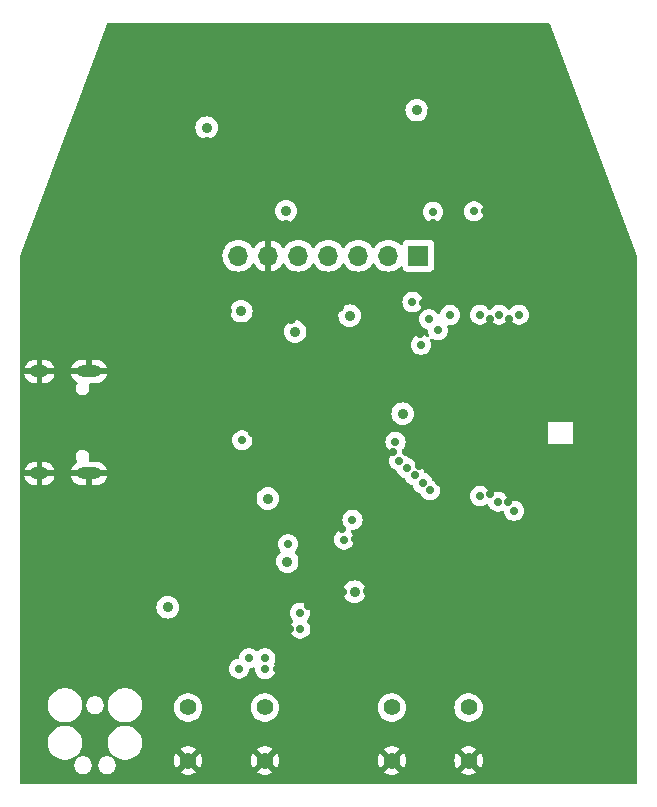
<source format=gbr>
%TF.GenerationSoftware,KiCad,Pcbnew,8.0.6*%
%TF.CreationDate,2025-02-19T14:25:46-08:00*%
%TF.ProjectId,Tempting,54656d70-7469-46e6-972e-6b696361645f,rev?*%
%TF.SameCoordinates,PX7ce2370PY7735940*%
%TF.FileFunction,Copper,L3,Inr*%
%TF.FilePolarity,Positive*%
%FSLAX46Y46*%
G04 Gerber Fmt 4.6, Leading zero omitted, Abs format (unit mm)*
G04 Created by KiCad (PCBNEW 8.0.6) date 2025-02-19 14:25:46*
%MOMM*%
%LPD*%
G01*
G04 APERTURE LIST*
%TA.AperFunction,ComponentPad*%
%ADD10C,1.400000*%
%TD*%
%TA.AperFunction,ComponentPad*%
%ADD11O,2.100000X1.000000*%
%TD*%
%TA.AperFunction,ComponentPad*%
%ADD12O,1.600000X1.000000*%
%TD*%
%TA.AperFunction,ComponentPad*%
%ADD13C,0.700000*%
%TD*%
%TA.AperFunction,ComponentPad*%
%ADD14C,4.400000*%
%TD*%
%TA.AperFunction,ComponentPad*%
%ADD15C,0.800000*%
%TD*%
%TA.AperFunction,ComponentPad*%
%ADD16C,6.400000*%
%TD*%
%TA.AperFunction,ComponentPad*%
%ADD17R,1.700000X1.700000*%
%TD*%
%TA.AperFunction,ComponentPad*%
%ADD18O,1.700000X1.700000*%
%TD*%
%TA.AperFunction,ViaPad*%
%ADD19C,0.900000*%
%TD*%
%TA.AperFunction,ViaPad*%
%ADD20C,0.700000*%
%TD*%
G04 APERTURE END LIST*
D10*
%TO.N,GND*%
%TO.C,SW2*%
X38300000Y2250000D03*
X31800000Y2250000D03*
%TO.N,/BUTTON_2*%
X38300000Y6750000D03*
X31800000Y6750000D03*
%TD*%
D11*
%TO.N,GND*%
%TO.C,J4*%
X6150000Y35210000D03*
D12*
X1970000Y35210000D03*
D11*
X6150000Y26570000D03*
D12*
X1970000Y26570000D03*
%TD*%
D13*
%TO.N,GND*%
%TO.C,H4*%
X5850000Y45000000D03*
X6333274Y46166726D03*
X6333274Y43833274D03*
X7500000Y46650000D03*
D14*
X7500000Y45000000D03*
D13*
X7500000Y43350000D03*
X8666726Y46166726D03*
X8666726Y43833274D03*
X9150000Y45000000D03*
%TD*%
%TO.N,GND*%
%TO.C,H3*%
X5850000Y12500000D03*
X6333274Y13666726D03*
X6333274Y11333274D03*
X7500000Y14150000D03*
D14*
X7500000Y12500000D03*
D13*
X7500000Y10850000D03*
X8666726Y13666726D03*
X8666726Y11333274D03*
X9150000Y12500000D03*
%TD*%
%TO.N,GND*%
%TO.C,H2*%
X43710000Y45000000D03*
X44193274Y46166726D03*
X44193274Y43833274D03*
X45360000Y46650000D03*
D14*
X45360000Y45000000D03*
D13*
X45360000Y43350000D03*
X46526726Y46166726D03*
X46526726Y43833274D03*
X47010000Y45000000D03*
%TD*%
D15*
%TO.N,GND*%
%TO.C,H6*%
X42960000Y52500000D03*
X43662944Y54197056D03*
X43662944Y50802944D03*
X45360000Y54900000D03*
D16*
X45360000Y52500000D03*
D15*
X45360000Y50100000D03*
X47057056Y54197056D03*
X47057056Y50802944D03*
X47760000Y52500000D03*
%TD*%
D10*
%TO.N,GND*%
%TO.C,SW1*%
X21050000Y2250000D03*
X14550000Y2250000D03*
%TO.N,/BUTTON_1*%
X21050000Y6750000D03*
X14550000Y6750000D03*
%TD*%
D15*
%TO.N,GND*%
%TO.C,H5*%
X5100000Y52500000D03*
X5802944Y54197056D03*
X5802944Y50802944D03*
X7500000Y54900000D03*
D16*
X7500000Y52500000D03*
D15*
X7500000Y50100000D03*
X9197056Y54197056D03*
X9197056Y50802944D03*
X9900000Y52500000D03*
%TD*%
D17*
%TO.N,/OLED_NRST*%
%TO.C,J2*%
X34050000Y45000000D03*
D18*
%TO.N,/OLED_DC*%
X31510000Y45000000D03*
%TO.N,/OLED_NCS*%
X28970000Y45000000D03*
%TO.N,/OLED_CLK*%
X26430000Y45000000D03*
%TO.N,/OLED_DIN*%
X23890000Y45000000D03*
%TO.N,GND*%
X21350000Y45000000D03*
%TO.N,+3.3V*%
X18810000Y45000000D03*
%TD*%
D13*
%TO.N,GND*%
%TO.C,H1*%
X43710000Y12500000D03*
X44193274Y13666726D03*
X44193274Y11333274D03*
X45360000Y14150000D03*
D14*
X45360000Y12500000D03*
D13*
X45360000Y10850000D03*
X46526726Y13666726D03*
X46526726Y11333274D03*
X47010000Y12500000D03*
%TD*%
D19*
%TO.N,GND*%
X46550000Y17500000D03*
D20*
%TO.N,/BUTTON_1*%
X21090000Y10000000D03*
%TO.N,/BUTTON_2*%
X21090000Y10921385D03*
%TO.N,/BUTTON_1*%
X18850000Y10030000D03*
%TO.N,/BUTTON_2*%
X19720000Y10921385D03*
%TO.N,GND*%
X4200000Y1690000D03*
X30750000Y32931136D03*
X32650000Y35150000D03*
X15600000Y19460000D03*
X15610000Y20410000D03*
X15610000Y21800000D03*
X15610000Y22640000D03*
X11240000Y16390000D03*
X9720000Y16360000D03*
X8880000Y17100000D03*
X8920000Y18050000D03*
D19*
X29010000Y33890000D03*
X8200000Y35810000D03*
X8800000Y26090000D03*
D20*
X27600000Y58050000D03*
D19*
X46550000Y37500000D03*
X49050000Y27500000D03*
X41550000Y60000000D03*
X34050000Y7500000D03*
X17820000Y40310000D03*
X26550000Y2500000D03*
X34050000Y5000000D03*
X1550000Y2500000D03*
X20440000Y21250000D03*
D20*
X10560000Y28010000D03*
X45030000Y32630000D03*
D19*
X36550000Y2500000D03*
X1550000Y42500000D03*
X24050000Y5000000D03*
D20*
X24325000Y30850000D03*
D19*
X1550000Y40000000D03*
X1550000Y25000000D03*
D20*
X27525000Y29825000D03*
D19*
X16550000Y35000000D03*
X1550000Y22500000D03*
X1550000Y5000000D03*
X11550000Y62500000D03*
X46550000Y22500000D03*
D20*
X27600000Y55600000D03*
D19*
X4050000Y40000000D03*
X51550000Y7500000D03*
X51550000Y15000000D03*
D20*
X35710000Y40580000D03*
D19*
X49050000Y10000000D03*
X9050000Y62500000D03*
D20*
X35300000Y47799997D03*
D19*
X11550000Y42500000D03*
X44050000Y60000000D03*
X4050000Y47500000D03*
D20*
X20450000Y26930000D03*
D19*
X14050000Y42500000D03*
X16550000Y45000000D03*
D20*
X32340000Y42600000D03*
D19*
X14050000Y60000000D03*
D20*
X34450000Y41025000D03*
X31860000Y30670000D03*
D19*
X35180000Y57280000D03*
D20*
X28525000Y28725000D03*
D19*
X9050000Y37500000D03*
X26550000Y10000000D03*
X24050000Y2500000D03*
X9050000Y40000000D03*
X9050000Y57500000D03*
X22810000Y47610000D03*
D20*
X32962500Y28350000D03*
D19*
X49050000Y17500000D03*
X1550000Y17500000D03*
X44050000Y37500000D03*
D20*
X25200000Y55600000D03*
X31860000Y28370000D03*
D19*
X29050000Y10000000D03*
D20*
X21900000Y22900000D03*
D19*
X34050000Y62500000D03*
X16550000Y50000000D03*
X16550000Y62500000D03*
D20*
X34219979Y38371751D03*
D19*
X31550000Y5000000D03*
X11550000Y12500000D03*
X14050000Y57500000D03*
X1550000Y32500000D03*
X4050000Y32500000D03*
X19050000Y5000000D03*
X1550000Y12500000D03*
D20*
X35805760Y25819240D03*
X41724998Y39640310D03*
X34138084Y27199603D03*
D19*
X9050000Y25000000D03*
X51550000Y12500000D03*
X29050000Y5000000D03*
D20*
X17660000Y9910000D03*
D19*
X39050000Y10000000D03*
X14050000Y25000000D03*
X4050000Y30000000D03*
X16550000Y5000000D03*
X6550000Y37500000D03*
X19050000Y35000000D03*
D20*
X45010000Y27440000D03*
X24175000Y20250000D03*
D19*
X29050000Y7500000D03*
X41550000Y62500000D03*
X1550000Y7500000D03*
X11550000Y52500000D03*
X14050000Y52500000D03*
X34050000Y20000000D03*
X14050000Y50000000D03*
D20*
X47010000Y32640000D03*
X28525000Y30850000D03*
D19*
X16550000Y47500000D03*
D20*
X8925000Y31050000D03*
X23150431Y13393800D03*
X18050000Y54300000D03*
D19*
X14050000Y47500000D03*
X19050000Y37500000D03*
X51550000Y17500000D03*
D20*
X22450000Y33600000D03*
D19*
X44050000Y57500000D03*
X11550000Y60000000D03*
X4050000Y25000000D03*
X39050000Y62500000D03*
X1550000Y45000000D03*
X6550000Y57500000D03*
X41550000Y10000000D03*
X14050000Y40000000D03*
D20*
X27577428Y21891053D03*
D19*
X11550000Y37500000D03*
D20*
X21090000Y12140000D03*
D19*
X14050000Y27500000D03*
X9050000Y47500000D03*
D20*
X46050000Y27450000D03*
D19*
X21550000Y5000000D03*
X29770000Y16580000D03*
X36550000Y62500000D03*
X31550000Y20000000D03*
X23298619Y39635009D03*
D20*
X46990000Y27450000D03*
D19*
X11550000Y47500000D03*
X34050000Y17500000D03*
D20*
X28668182Y21009269D03*
D19*
X11550000Y25000000D03*
X19050000Y52500000D03*
D20*
X19450000Y8550000D03*
D19*
X34050000Y2500000D03*
X51550000Y5000000D03*
X19050000Y2500000D03*
X1550000Y15000000D03*
X27340000Y40650000D03*
X49050000Y42500000D03*
X11550000Y57500000D03*
X29050000Y2500000D03*
X16550000Y52500000D03*
X9050000Y60000000D03*
D20*
X27650000Y16550000D03*
X20000000Y30000000D03*
D19*
X16550000Y30000000D03*
X19050000Y50000000D03*
D20*
X37890000Y30907500D03*
D19*
X6550000Y40000000D03*
X46550000Y25000000D03*
X36550000Y55000000D03*
X11550000Y40000000D03*
X49050000Y50000000D03*
D20*
X40135903Y24808683D03*
D19*
X16550000Y2500000D03*
D20*
X10560000Y34100000D03*
D19*
X1550000Y30000000D03*
X26550000Y5000000D03*
X4050000Y37500000D03*
X21810000Y18360000D03*
D20*
X21145000Y20180000D03*
X24679482Y15378250D03*
X34750000Y54300000D03*
D19*
X44050000Y25000000D03*
X11550000Y45000000D03*
X44050000Y40000000D03*
X16550000Y42500000D03*
X51550000Y2500000D03*
X4050000Y42500000D03*
X24050000Y7500000D03*
D20*
X39650003Y48750000D03*
D19*
X34050000Y10000000D03*
X14050000Y62500000D03*
X36550000Y10000000D03*
X49050000Y30000000D03*
D20*
X25325000Y27675000D03*
D19*
X46550000Y35000000D03*
X11550000Y50000000D03*
D20*
X25175000Y22975000D03*
X33450000Y8550000D03*
X25200000Y58050000D03*
D19*
X31550000Y62500000D03*
X36550000Y5000000D03*
X46550000Y40000000D03*
X44050000Y22500000D03*
X49050000Y37500000D03*
X19050000Y62500000D03*
X1550000Y20000000D03*
X49050000Y12500000D03*
D20*
X21150000Y36050000D03*
D19*
X49050000Y32500000D03*
D20*
X22090000Y9990000D03*
D19*
X49050000Y15000000D03*
X36550000Y52500000D03*
X6550000Y25000000D03*
D20*
X28525000Y26650000D03*
X40074998Y39640310D03*
X21550000Y26930000D03*
X41674937Y24164408D03*
D19*
X46550000Y57500000D03*
X1550000Y10000000D03*
X21550000Y62500000D03*
X14050000Y37500000D03*
D20*
X28450000Y13650000D03*
D19*
X14050000Y35000000D03*
D20*
X26425000Y30825000D03*
D19*
X31550000Y10000000D03*
D20*
X46070000Y32640000D03*
D19*
X19050000Y32500000D03*
D20*
X25325000Y29800000D03*
D19*
X51550000Y10000000D03*
D20*
X24300000Y28725000D03*
X27550000Y27725000D03*
D19*
X36550000Y7500000D03*
X14050000Y17500000D03*
D20*
X36137500Y28355000D03*
D19*
X16150000Y54600000D03*
X14050000Y45000000D03*
X14050000Y55000000D03*
X44050000Y35000000D03*
D20*
X24325000Y26650000D03*
D19*
X14050000Y5000000D03*
X16550000Y32500000D03*
X11550000Y55000000D03*
X31550000Y17500000D03*
X1550000Y37500000D03*
X51550000Y20000000D03*
X49050000Y45000000D03*
D20*
X26425000Y26600000D03*
D19*
X4050000Y45000000D03*
X49050000Y25000000D03*
X49050000Y35000000D03*
D20*
X22450000Y34650000D03*
X37877500Y29092500D03*
D19*
X14050000Y12500000D03*
X26550000Y7500000D03*
X44050000Y62500000D03*
X4050000Y15000000D03*
%TO.N,+3.3V*%
X33910000Y57320000D03*
X28649927Y16562345D03*
X23610000Y38580000D03*
X22845000Y48775000D03*
D20*
X28470000Y22640000D03*
X19139756Y29368250D03*
D19*
X16130000Y55840000D03*
X28240000Y39920000D03*
X21300352Y24441340D03*
X22942451Y19087549D03*
X19050000Y40300000D03*
X12820000Y15230000D03*
X32720000Y31620000D03*
D20*
X32104141Y29236254D03*
%TO.N,/SWD_NRST*%
X23010000Y20580000D03*
X27769395Y20962515D03*
%TO.N,/OLED_CLK*%
X34400000Y25750000D03*
X35700000Y38675000D03*
%TO.N,/OLED_NCS*%
X34950000Y39628250D03*
X33725000Y26400000D03*
%TO.N,/OLED_DIN*%
X33050000Y27025000D03*
X34253250Y37450000D03*
%TO.N,/OLED_DC*%
X33550000Y41075000D03*
X32385539Y27639375D03*
%TO.N,/OLED_NRST*%
X36725000Y39975000D03*
X35050000Y25125000D03*
%TO.N,/LED_R*%
X38750000Y48750000D03*
X35300000Y48700000D03*
%TO.N,/SENSORS_SDA*%
X24028250Y14750000D03*
X24050000Y13421750D03*
%TO.N,/LED_R_MCU*%
X42550000Y40000000D03*
X42150000Y23400000D03*
%TO.N,/LED_G_MCU*%
X40775000Y24175000D03*
X40900000Y40000000D03*
%TO.N,/LED_B_MCU*%
X39250000Y24650000D03*
X39250000Y40000000D03*
%TD*%
%TA.AperFunction,Conductor*%
%TO.N,GND*%
G36*
X45132860Y64679815D02*
G01*
X45178615Y64627011D01*
X45181924Y64619043D01*
X52539065Y45000001D01*
X52551605Y44966563D01*
X52559500Y44923024D01*
X52559500Y424500D01*
X52539815Y357461D01*
X52487011Y311706D01*
X52435500Y300500D01*
X424500Y300500D01*
X357461Y320185D01*
X311706Y372989D01*
X300500Y424500D01*
X300500Y1933460D01*
X4908200Y1933460D01*
X4908200Y1786541D01*
X4936858Y1642466D01*
X4936861Y1642456D01*
X4993078Y1506734D01*
X4993083Y1506725D01*
X5074698Y1384581D01*
X5074701Y1384577D01*
X5178576Y1280702D01*
X5178580Y1280699D01*
X5300724Y1199084D01*
X5300730Y1199081D01*
X5300731Y1199080D01*
X5436458Y1142860D01*
X5580540Y1114201D01*
X5580544Y1114200D01*
X5580545Y1114200D01*
X5727456Y1114200D01*
X5727457Y1114201D01*
X5871542Y1142860D01*
X6007269Y1199080D01*
X6129420Y1280699D01*
X6233301Y1384580D01*
X6314920Y1506731D01*
X6371140Y1642458D01*
X6399800Y1786545D01*
X6399800Y1933455D01*
X6399799Y1933460D01*
X6940200Y1933460D01*
X6940200Y1786541D01*
X6968858Y1642466D01*
X6968861Y1642456D01*
X7025078Y1506734D01*
X7025083Y1506725D01*
X7106698Y1384581D01*
X7106701Y1384577D01*
X7210576Y1280702D01*
X7210580Y1280699D01*
X7332724Y1199084D01*
X7332730Y1199081D01*
X7332731Y1199080D01*
X7468458Y1142860D01*
X7612540Y1114201D01*
X7612544Y1114200D01*
X7612545Y1114200D01*
X7759456Y1114200D01*
X7759457Y1114201D01*
X7903542Y1142860D01*
X8039269Y1199080D01*
X8161420Y1280699D01*
X8265301Y1384580D01*
X8346920Y1506731D01*
X8403140Y1642458D01*
X8431800Y1786545D01*
X8431800Y1933455D01*
X8403140Y2077542D01*
X8346920Y2213269D01*
X8346919Y2213270D01*
X8346916Y2213276D01*
X8322377Y2250001D01*
X13344859Y2250001D01*
X13344859Y2250000D01*
X13365378Y2028561D01*
X13426240Y1814650D01*
X13525369Y1615572D01*
X13541137Y1594692D01*
X13541138Y1594692D01*
X14071119Y2124674D01*
X14088734Y2058937D01*
X14153902Y1946063D01*
X14246063Y1853902D01*
X14358937Y1788734D01*
X14424672Y1771120D01*
X13896672Y1243121D01*
X13896672Y1243120D01*
X14012821Y1171203D01*
X14012822Y1171202D01*
X14220195Y1090866D01*
X14438807Y1050000D01*
X14661193Y1050000D01*
X14879809Y1090867D01*
X15087168Y1171199D01*
X15087181Y1171205D01*
X15203326Y1243121D01*
X14675327Y1771121D01*
X14741063Y1788734D01*
X14853937Y1853902D01*
X14946098Y1946063D01*
X15011266Y2058937D01*
X15028880Y2124673D01*
X15558861Y1594692D01*
X15574631Y1615575D01*
X15574633Y1615578D01*
X15673759Y1814650D01*
X15734621Y2028561D01*
X15755141Y2250000D01*
X15755141Y2250001D01*
X19844859Y2250001D01*
X19844859Y2250000D01*
X19865378Y2028561D01*
X19926240Y1814650D01*
X20025369Y1615572D01*
X20041137Y1594692D01*
X20041138Y1594692D01*
X20571119Y2124674D01*
X20588734Y2058937D01*
X20653902Y1946063D01*
X20746063Y1853902D01*
X20858937Y1788734D01*
X20924672Y1771120D01*
X20396672Y1243121D01*
X20396672Y1243120D01*
X20512821Y1171203D01*
X20512822Y1171202D01*
X20720195Y1090866D01*
X20938807Y1050000D01*
X21161193Y1050000D01*
X21379809Y1090867D01*
X21587168Y1171199D01*
X21587181Y1171205D01*
X21703326Y1243121D01*
X21175327Y1771121D01*
X21241063Y1788734D01*
X21353937Y1853902D01*
X21446098Y1946063D01*
X21511266Y2058937D01*
X21528880Y2124673D01*
X22058861Y1594692D01*
X22074631Y1615575D01*
X22074633Y1615578D01*
X22173759Y1814650D01*
X22234621Y2028561D01*
X22255141Y2250000D01*
X22255141Y2250001D01*
X30594859Y2250001D01*
X30594859Y2250000D01*
X30615378Y2028561D01*
X30676240Y1814650D01*
X30775369Y1615572D01*
X30791137Y1594692D01*
X30791138Y1594692D01*
X31321119Y2124674D01*
X31338734Y2058937D01*
X31403902Y1946063D01*
X31496063Y1853902D01*
X31608937Y1788734D01*
X31674672Y1771120D01*
X31146672Y1243121D01*
X31146672Y1243120D01*
X31262821Y1171203D01*
X31262822Y1171202D01*
X31470195Y1090866D01*
X31688807Y1050000D01*
X31911193Y1050000D01*
X32129809Y1090867D01*
X32337168Y1171199D01*
X32337181Y1171205D01*
X32453326Y1243121D01*
X31925327Y1771121D01*
X31991063Y1788734D01*
X32103937Y1853902D01*
X32196098Y1946063D01*
X32261266Y2058937D01*
X32278880Y2124673D01*
X32808861Y1594692D01*
X32824631Y1615575D01*
X32824633Y1615578D01*
X32923759Y1814650D01*
X32984621Y2028561D01*
X33005141Y2250000D01*
X33005141Y2250001D01*
X37094859Y2250001D01*
X37094859Y2250000D01*
X37115378Y2028561D01*
X37176240Y1814650D01*
X37275369Y1615572D01*
X37291137Y1594692D01*
X37291138Y1594692D01*
X37821119Y2124674D01*
X37838734Y2058937D01*
X37903902Y1946063D01*
X37996063Y1853902D01*
X38108937Y1788734D01*
X38174672Y1771120D01*
X37646672Y1243121D01*
X37646672Y1243120D01*
X37762821Y1171203D01*
X37762822Y1171202D01*
X37970195Y1090866D01*
X38188807Y1050000D01*
X38411193Y1050000D01*
X38629809Y1090867D01*
X38837168Y1171199D01*
X38837181Y1171205D01*
X38953326Y1243121D01*
X38425327Y1771121D01*
X38491063Y1788734D01*
X38603937Y1853902D01*
X38696098Y1946063D01*
X38761266Y2058937D01*
X38778880Y2124673D01*
X39308861Y1594692D01*
X39324631Y1615575D01*
X39324633Y1615578D01*
X39423759Y1814650D01*
X39484621Y2028561D01*
X39505141Y2250000D01*
X39505141Y2250001D01*
X39484621Y2471440D01*
X39423759Y2685351D01*
X39324635Y2884420D01*
X39324630Y2884428D01*
X39308860Y2905310D01*
X38778879Y2375329D01*
X38761266Y2441063D01*
X38696098Y2553937D01*
X38603937Y2646098D01*
X38491063Y2711266D01*
X38425327Y2728881D01*
X38953327Y3256881D01*
X38837178Y3328798D01*
X38837177Y3328799D01*
X38629804Y3409135D01*
X38411193Y3450000D01*
X38188807Y3450000D01*
X37970195Y3409135D01*
X37762824Y3328800D01*
X37762823Y3328799D01*
X37646671Y3256881D01*
X38174672Y2728881D01*
X38108937Y2711266D01*
X37996063Y2646098D01*
X37903902Y2553937D01*
X37838734Y2441063D01*
X37821119Y2375328D01*
X37291138Y2905309D01*
X37291137Y2905309D01*
X37275368Y2884426D01*
X37176240Y2685351D01*
X37115378Y2471440D01*
X37094859Y2250001D01*
X33005141Y2250001D01*
X32984621Y2471440D01*
X32923759Y2685351D01*
X32824635Y2884420D01*
X32824630Y2884428D01*
X32808860Y2905310D01*
X32278879Y2375329D01*
X32261266Y2441063D01*
X32196098Y2553937D01*
X32103937Y2646098D01*
X31991063Y2711266D01*
X31925327Y2728881D01*
X32453327Y3256881D01*
X32337178Y3328798D01*
X32337177Y3328799D01*
X32129804Y3409135D01*
X31911193Y3450000D01*
X31688807Y3450000D01*
X31470195Y3409135D01*
X31262824Y3328800D01*
X31262823Y3328799D01*
X31146671Y3256881D01*
X31674672Y2728881D01*
X31608937Y2711266D01*
X31496063Y2646098D01*
X31403902Y2553937D01*
X31338734Y2441063D01*
X31321119Y2375328D01*
X30791138Y2905309D01*
X30791137Y2905309D01*
X30775368Y2884426D01*
X30676240Y2685351D01*
X30615378Y2471440D01*
X30594859Y2250001D01*
X22255141Y2250001D01*
X22234621Y2471440D01*
X22173759Y2685351D01*
X22074635Y2884420D01*
X22074630Y2884428D01*
X22058860Y2905310D01*
X21528879Y2375329D01*
X21511266Y2441063D01*
X21446098Y2553937D01*
X21353937Y2646098D01*
X21241063Y2711266D01*
X21175327Y2728881D01*
X21703327Y3256881D01*
X21587178Y3328798D01*
X21587177Y3328799D01*
X21379804Y3409135D01*
X21161193Y3450000D01*
X20938807Y3450000D01*
X20720195Y3409135D01*
X20512824Y3328800D01*
X20512823Y3328799D01*
X20396671Y3256881D01*
X20924672Y2728881D01*
X20858937Y2711266D01*
X20746063Y2646098D01*
X20653902Y2553937D01*
X20588734Y2441063D01*
X20571119Y2375328D01*
X20041138Y2905309D01*
X20041137Y2905309D01*
X20025368Y2884426D01*
X19926240Y2685351D01*
X19865378Y2471440D01*
X19844859Y2250001D01*
X15755141Y2250001D01*
X15734621Y2471440D01*
X15673759Y2685351D01*
X15574635Y2884420D01*
X15574630Y2884428D01*
X15558860Y2905310D01*
X15028879Y2375329D01*
X15011266Y2441063D01*
X14946098Y2553937D01*
X14853937Y2646098D01*
X14741063Y2711266D01*
X14675327Y2728881D01*
X15203327Y3256881D01*
X15087178Y3328798D01*
X15087177Y3328799D01*
X14879804Y3409135D01*
X14661193Y3450000D01*
X14438807Y3450000D01*
X14220195Y3409135D01*
X14012824Y3328800D01*
X14012823Y3328799D01*
X13896671Y3256881D01*
X14424672Y2728881D01*
X14358937Y2711266D01*
X14246063Y2646098D01*
X14153902Y2553937D01*
X14088734Y2441063D01*
X14071119Y2375328D01*
X13541138Y2905309D01*
X13541137Y2905309D01*
X13525368Y2884426D01*
X13426240Y2685351D01*
X13365378Y2471440D01*
X13344859Y2250001D01*
X8322377Y2250001D01*
X8265301Y2335420D01*
X8265298Y2335424D01*
X8161423Y2439299D01*
X8161419Y2439302D01*
X8039275Y2520917D01*
X8039266Y2520922D01*
X7903544Y2577139D01*
X7903545Y2577139D01*
X7903542Y2577140D01*
X7903538Y2577141D01*
X7903534Y2577142D01*
X7759459Y2605800D01*
X7759455Y2605800D01*
X7612545Y2605800D01*
X7612540Y2605800D01*
X7468465Y2577142D01*
X7468455Y2577139D01*
X7332733Y2520922D01*
X7332724Y2520917D01*
X7210580Y2439302D01*
X7210576Y2439299D01*
X7106701Y2335424D01*
X7106698Y2335420D01*
X7025083Y2213276D01*
X7025078Y2213267D01*
X6968861Y2077545D01*
X6968858Y2077535D01*
X6940200Y1933460D01*
X6399799Y1933460D01*
X6371140Y2077542D01*
X6314920Y2213269D01*
X6314919Y2213270D01*
X6314916Y2213276D01*
X6233301Y2335420D01*
X6233298Y2335424D01*
X6129423Y2439299D01*
X6129419Y2439302D01*
X6007275Y2520917D01*
X6007266Y2520922D01*
X5871544Y2577139D01*
X5871545Y2577139D01*
X5871542Y2577140D01*
X5871538Y2577141D01*
X5871534Y2577142D01*
X5727459Y2605800D01*
X5727455Y2605800D01*
X5580545Y2605800D01*
X5580540Y2605800D01*
X5436465Y2577142D01*
X5436455Y2577139D01*
X5300733Y2520922D01*
X5300724Y2520917D01*
X5178580Y2439302D01*
X5178576Y2439299D01*
X5074701Y2335424D01*
X5074698Y2335420D01*
X4993083Y2213276D01*
X4993078Y2213267D01*
X4936861Y2077545D01*
X4936858Y2077535D01*
X4908200Y1933460D01*
X300500Y1933460D01*
X300500Y3878169D01*
X2692050Y3878169D01*
X2692050Y3651832D01*
X2727458Y3428278D01*
X2727458Y3428275D01*
X2797398Y3213022D01*
X2797400Y3213019D01*
X2900155Y3011350D01*
X3033193Y2828239D01*
X3193239Y2668193D01*
X3376350Y2535155D01*
X3578019Y2432400D01*
X3578021Y2432399D01*
X3778801Y2367163D01*
X3793279Y2362458D01*
X4016831Y2327050D01*
X4016832Y2327050D01*
X4243168Y2327050D01*
X4243169Y2327050D01*
X4466721Y2362458D01*
X4466724Y2362459D01*
X4466725Y2362459D01*
X4681978Y2432399D01*
X4681978Y2432400D01*
X4681981Y2432400D01*
X4883650Y2535155D01*
X5066761Y2668193D01*
X5226807Y2828239D01*
X5359845Y3011350D01*
X5462600Y3213019D01*
X5500219Y3328799D01*
X5532541Y3428275D01*
X5532541Y3428276D01*
X5532542Y3428279D01*
X5567950Y3651831D01*
X5567950Y3878169D01*
X7772050Y3878169D01*
X7772050Y3651832D01*
X7807458Y3428278D01*
X7807458Y3428275D01*
X7877398Y3213022D01*
X7877400Y3213019D01*
X7980155Y3011350D01*
X8113193Y2828239D01*
X8273239Y2668193D01*
X8456350Y2535155D01*
X8658019Y2432400D01*
X8658021Y2432399D01*
X8858801Y2367163D01*
X8873279Y2362458D01*
X9096831Y2327050D01*
X9096832Y2327050D01*
X9323168Y2327050D01*
X9323169Y2327050D01*
X9546721Y2362458D01*
X9546724Y2362459D01*
X9546725Y2362459D01*
X9761978Y2432399D01*
X9761978Y2432400D01*
X9761981Y2432400D01*
X9963650Y2535155D01*
X10146761Y2668193D01*
X10306807Y2828239D01*
X10439845Y3011350D01*
X10542600Y3213019D01*
X10580219Y3328799D01*
X10612541Y3428275D01*
X10612541Y3428276D01*
X10612542Y3428279D01*
X10647950Y3651831D01*
X10647950Y3878169D01*
X10612542Y4101721D01*
X10612541Y4101725D01*
X10612541Y4101726D01*
X10542601Y4316979D01*
X10542599Y4316982D01*
X10439844Y4518651D01*
X10306807Y4701761D01*
X10146761Y4861807D01*
X9963650Y4994845D01*
X9761981Y5097600D01*
X9761978Y5097602D01*
X9546723Y5167542D01*
X9397686Y5191148D01*
X9323169Y5202950D01*
X9096831Y5202950D01*
X9022313Y5191148D01*
X8873277Y5167542D01*
X8873274Y5167542D01*
X8658021Y5097602D01*
X8658018Y5097600D01*
X8456349Y4994845D01*
X8351878Y4918942D01*
X8273239Y4861807D01*
X8273237Y4861805D01*
X8273236Y4861805D01*
X8113195Y4701764D01*
X8113195Y4701763D01*
X8113193Y4701761D01*
X8056058Y4623122D01*
X7980155Y4518651D01*
X7877400Y4316982D01*
X7877398Y4316979D01*
X7807458Y4101726D01*
X7807458Y4101723D01*
X7772050Y3878169D01*
X5567950Y3878169D01*
X5532542Y4101721D01*
X5532541Y4101725D01*
X5532541Y4101726D01*
X5462601Y4316979D01*
X5462599Y4316982D01*
X5359844Y4518651D01*
X5226807Y4701761D01*
X5066761Y4861807D01*
X4883650Y4994845D01*
X4681981Y5097600D01*
X4681978Y5097602D01*
X4466723Y5167542D01*
X4317686Y5191148D01*
X4243169Y5202950D01*
X4016831Y5202950D01*
X3942313Y5191148D01*
X3793277Y5167542D01*
X3793274Y5167542D01*
X3578021Y5097602D01*
X3578018Y5097600D01*
X3376349Y4994845D01*
X3271878Y4918942D01*
X3193239Y4861807D01*
X3193237Y4861805D01*
X3193236Y4861805D01*
X3033195Y4701764D01*
X3033195Y4701763D01*
X3033193Y4701761D01*
X2976058Y4623122D01*
X2900155Y4518651D01*
X2797400Y4316982D01*
X2797398Y4316979D01*
X2727458Y4101726D01*
X2727458Y4101723D01*
X2692050Y3878169D01*
X300500Y3878169D01*
X300500Y7053169D01*
X2692050Y7053169D01*
X2692050Y6826832D01*
X2727458Y6603278D01*
X2727458Y6603275D01*
X2797398Y6388022D01*
X2797400Y6388019D01*
X2900155Y6186350D01*
X3033193Y6003239D01*
X3193239Y5843193D01*
X3376350Y5710155D01*
X3578019Y5607400D01*
X3578021Y5607399D01*
X3756217Y5549500D01*
X3793279Y5537458D01*
X4016831Y5502050D01*
X4016832Y5502050D01*
X4243168Y5502050D01*
X4243169Y5502050D01*
X4466721Y5537458D01*
X4466724Y5537459D01*
X4466725Y5537459D01*
X4681978Y5607399D01*
X4681978Y5607400D01*
X4681981Y5607400D01*
X4883650Y5710155D01*
X5066761Y5843193D01*
X5226807Y6003239D01*
X5359845Y6186350D01*
X5462600Y6388019D01*
X5487476Y6464580D01*
X5532541Y6603275D01*
X5532541Y6603276D01*
X5532542Y6603279D01*
X5567950Y6826831D01*
X5567950Y7013460D01*
X5924200Y7013460D01*
X5924200Y6866541D01*
X5952858Y6722466D01*
X5952861Y6722456D01*
X6009078Y6586734D01*
X6009083Y6586725D01*
X6090698Y6464581D01*
X6090701Y6464577D01*
X6194576Y6360702D01*
X6194580Y6360699D01*
X6316724Y6279084D01*
X6316730Y6279081D01*
X6316731Y6279080D01*
X6452458Y6222860D01*
X6596540Y6194201D01*
X6596544Y6194200D01*
X6596545Y6194200D01*
X6743456Y6194200D01*
X6743457Y6194201D01*
X6887542Y6222860D01*
X7023269Y6279080D01*
X7145420Y6360699D01*
X7249301Y6464580D01*
X7330920Y6586731D01*
X7387140Y6722458D01*
X7415800Y6866545D01*
X7415800Y7013455D01*
X7407901Y7053169D01*
X7772050Y7053169D01*
X7772050Y6826832D01*
X7807458Y6603278D01*
X7807458Y6603275D01*
X7877398Y6388022D01*
X7877400Y6388019D01*
X7980155Y6186350D01*
X8113193Y6003239D01*
X8273239Y5843193D01*
X8456350Y5710155D01*
X8658019Y5607400D01*
X8658021Y5607399D01*
X8836217Y5549500D01*
X8873279Y5537458D01*
X9096831Y5502050D01*
X9096832Y5502050D01*
X9323168Y5502050D01*
X9323169Y5502050D01*
X9546721Y5537458D01*
X9546724Y5537459D01*
X9546725Y5537459D01*
X9761978Y5607399D01*
X9761978Y5607400D01*
X9761981Y5607400D01*
X9963650Y5710155D01*
X10146761Y5843193D01*
X10306807Y6003239D01*
X10439845Y6186350D01*
X10542600Y6388019D01*
X10567476Y6464580D01*
X10612541Y6603275D01*
X10612541Y6603276D01*
X10612542Y6603279D01*
X10635781Y6750001D01*
X13344357Y6750001D01*
X13344357Y6750000D01*
X13364884Y6528465D01*
X13364885Y6528463D01*
X13425769Y6314477D01*
X13425775Y6314462D01*
X13524938Y6115317D01*
X13524943Y6115309D01*
X13659020Y5937762D01*
X13823437Y5787877D01*
X13823439Y5787875D01*
X14012595Y5670755D01*
X14012596Y5670755D01*
X14012599Y5670753D01*
X14220060Y5590382D01*
X14438757Y5549500D01*
X14438759Y5549500D01*
X14661241Y5549500D01*
X14661243Y5549500D01*
X14879940Y5590382D01*
X15087401Y5670753D01*
X15276562Y5787876D01*
X15440981Y5937764D01*
X15575058Y6115311D01*
X15674229Y6314472D01*
X15735115Y6528464D01*
X15755643Y6750000D01*
X15755643Y6750001D01*
X19844357Y6750001D01*
X19844357Y6750000D01*
X19864884Y6528465D01*
X19864885Y6528463D01*
X19925769Y6314477D01*
X19925775Y6314462D01*
X20024938Y6115317D01*
X20024943Y6115309D01*
X20159020Y5937762D01*
X20323437Y5787877D01*
X20323439Y5787875D01*
X20512595Y5670755D01*
X20512596Y5670755D01*
X20512599Y5670753D01*
X20720060Y5590382D01*
X20938757Y5549500D01*
X20938759Y5549500D01*
X21161241Y5549500D01*
X21161243Y5549500D01*
X21379940Y5590382D01*
X21587401Y5670753D01*
X21776562Y5787876D01*
X21940981Y5937764D01*
X22075058Y6115311D01*
X22174229Y6314472D01*
X22235115Y6528464D01*
X22255643Y6750000D01*
X22255643Y6750001D01*
X30594357Y6750001D01*
X30594357Y6750000D01*
X30614884Y6528465D01*
X30614885Y6528463D01*
X30675769Y6314477D01*
X30675775Y6314462D01*
X30774938Y6115317D01*
X30774943Y6115309D01*
X30909020Y5937762D01*
X31073437Y5787877D01*
X31073439Y5787875D01*
X31262595Y5670755D01*
X31262596Y5670755D01*
X31262599Y5670753D01*
X31470060Y5590382D01*
X31688757Y5549500D01*
X31688759Y5549500D01*
X31911241Y5549500D01*
X31911243Y5549500D01*
X32129940Y5590382D01*
X32337401Y5670753D01*
X32526562Y5787876D01*
X32690981Y5937764D01*
X32825058Y6115311D01*
X32924229Y6314472D01*
X32985115Y6528464D01*
X33005643Y6750000D01*
X33005643Y6750001D01*
X37094357Y6750001D01*
X37094357Y6750000D01*
X37114884Y6528465D01*
X37114885Y6528463D01*
X37175769Y6314477D01*
X37175775Y6314462D01*
X37274938Y6115317D01*
X37274943Y6115309D01*
X37409020Y5937762D01*
X37573437Y5787877D01*
X37573439Y5787875D01*
X37762595Y5670755D01*
X37762596Y5670755D01*
X37762599Y5670753D01*
X37970060Y5590382D01*
X38188757Y5549500D01*
X38188759Y5549500D01*
X38411241Y5549500D01*
X38411243Y5549500D01*
X38629940Y5590382D01*
X38837401Y5670753D01*
X39026562Y5787876D01*
X39190981Y5937764D01*
X39325058Y6115311D01*
X39424229Y6314472D01*
X39485115Y6528464D01*
X39505643Y6750000D01*
X39485115Y6971536D01*
X39424229Y7185528D01*
X39378820Y7276721D01*
X39325061Y7384684D01*
X39325056Y7384692D01*
X39190979Y7562239D01*
X39026562Y7712124D01*
X39026560Y7712126D01*
X38837404Y7829246D01*
X38837398Y7829248D01*
X38629940Y7909618D01*
X38411243Y7950500D01*
X38188757Y7950500D01*
X37970060Y7909618D01*
X37838864Y7858793D01*
X37762601Y7829248D01*
X37762595Y7829246D01*
X37573439Y7712126D01*
X37573437Y7712124D01*
X37409020Y7562239D01*
X37274943Y7384692D01*
X37274938Y7384684D01*
X37175775Y7185539D01*
X37175769Y7185524D01*
X37114885Y6971538D01*
X37114884Y6971536D01*
X37094357Y6750001D01*
X33005643Y6750001D01*
X32985115Y6971536D01*
X32924229Y7185528D01*
X32878820Y7276721D01*
X32825061Y7384684D01*
X32825056Y7384692D01*
X32690979Y7562239D01*
X32526562Y7712124D01*
X32526560Y7712126D01*
X32337404Y7829246D01*
X32337398Y7829248D01*
X32129940Y7909618D01*
X31911243Y7950500D01*
X31688757Y7950500D01*
X31470060Y7909618D01*
X31338864Y7858793D01*
X31262601Y7829248D01*
X31262595Y7829246D01*
X31073439Y7712126D01*
X31073437Y7712124D01*
X30909020Y7562239D01*
X30774943Y7384692D01*
X30774938Y7384684D01*
X30675775Y7185539D01*
X30675769Y7185524D01*
X30614885Y6971538D01*
X30614884Y6971536D01*
X30594357Y6750001D01*
X22255643Y6750001D01*
X22235115Y6971536D01*
X22174229Y7185528D01*
X22128820Y7276721D01*
X22075061Y7384684D01*
X22075056Y7384692D01*
X21940979Y7562239D01*
X21776562Y7712124D01*
X21776560Y7712126D01*
X21587404Y7829246D01*
X21587398Y7829248D01*
X21379940Y7909618D01*
X21161243Y7950500D01*
X20938757Y7950500D01*
X20720060Y7909618D01*
X20588864Y7858793D01*
X20512601Y7829248D01*
X20512595Y7829246D01*
X20323439Y7712126D01*
X20323437Y7712124D01*
X20159020Y7562239D01*
X20024943Y7384692D01*
X20024938Y7384684D01*
X19925775Y7185539D01*
X19925769Y7185524D01*
X19864885Y6971538D01*
X19864884Y6971536D01*
X19844357Y6750001D01*
X15755643Y6750001D01*
X15735115Y6971536D01*
X15674229Y7185528D01*
X15628820Y7276721D01*
X15575061Y7384684D01*
X15575056Y7384692D01*
X15440979Y7562239D01*
X15276562Y7712124D01*
X15276560Y7712126D01*
X15087404Y7829246D01*
X15087398Y7829248D01*
X14879940Y7909618D01*
X14661243Y7950500D01*
X14438757Y7950500D01*
X14220060Y7909618D01*
X14088864Y7858793D01*
X14012601Y7829248D01*
X14012595Y7829246D01*
X13823439Y7712126D01*
X13823437Y7712124D01*
X13659020Y7562239D01*
X13524943Y7384692D01*
X13524938Y7384684D01*
X13425775Y7185539D01*
X13425769Y7185524D01*
X13364885Y6971538D01*
X13364884Y6971536D01*
X13344357Y6750001D01*
X10635781Y6750001D01*
X10647950Y6826831D01*
X10647950Y7053169D01*
X10612542Y7276721D01*
X10612541Y7276725D01*
X10612541Y7276726D01*
X10542601Y7491979D01*
X10542599Y7491982D01*
X10528681Y7519299D01*
X10439845Y7693650D01*
X10306807Y7876761D01*
X10146761Y8036807D01*
X9963650Y8169845D01*
X9761981Y8272600D01*
X9761978Y8272602D01*
X9546723Y8342542D01*
X9397686Y8366148D01*
X9323169Y8377950D01*
X9096831Y8377950D01*
X9022313Y8366148D01*
X8873277Y8342542D01*
X8873274Y8342542D01*
X8658021Y8272602D01*
X8658018Y8272600D01*
X8456349Y8169845D01*
X8351878Y8093942D01*
X8273239Y8036807D01*
X8273237Y8036805D01*
X8273236Y8036805D01*
X8113195Y7876764D01*
X8113195Y7876763D01*
X8113193Y7876761D01*
X8056058Y7798122D01*
X7980155Y7693651D01*
X7877400Y7491982D01*
X7877398Y7491979D01*
X7807458Y7276726D01*
X7807458Y7276723D01*
X7772050Y7053169D01*
X7407901Y7053169D01*
X7387140Y7157542D01*
X7330920Y7293269D01*
X7330919Y7293270D01*
X7330916Y7293276D01*
X7249301Y7415420D01*
X7249298Y7415424D01*
X7145423Y7519299D01*
X7145419Y7519302D01*
X7023275Y7600917D01*
X7023266Y7600922D01*
X6887544Y7657139D01*
X6887545Y7657139D01*
X6887542Y7657140D01*
X6887538Y7657141D01*
X6887534Y7657142D01*
X6743459Y7685800D01*
X6743455Y7685800D01*
X6596545Y7685800D01*
X6596540Y7685800D01*
X6452465Y7657142D01*
X6452455Y7657139D01*
X6316733Y7600922D01*
X6316724Y7600917D01*
X6194580Y7519302D01*
X6194576Y7519299D01*
X6090701Y7415424D01*
X6090698Y7415420D01*
X6009083Y7293276D01*
X6009078Y7293267D01*
X5952861Y7157545D01*
X5952858Y7157535D01*
X5924200Y7013460D01*
X5567950Y7013460D01*
X5567950Y7053169D01*
X5532542Y7276721D01*
X5532541Y7276725D01*
X5532541Y7276726D01*
X5462601Y7491979D01*
X5462599Y7491982D01*
X5448681Y7519299D01*
X5359845Y7693650D01*
X5226807Y7876761D01*
X5066761Y8036807D01*
X4883650Y8169845D01*
X4681981Y8272600D01*
X4681978Y8272602D01*
X4466723Y8342542D01*
X4317686Y8366148D01*
X4243169Y8377950D01*
X4016831Y8377950D01*
X3942313Y8366148D01*
X3793277Y8342542D01*
X3793274Y8342542D01*
X3578021Y8272602D01*
X3578018Y8272600D01*
X3376349Y8169845D01*
X3271878Y8093942D01*
X3193239Y8036807D01*
X3193237Y8036805D01*
X3193236Y8036805D01*
X3033195Y7876764D01*
X3033195Y7876763D01*
X3033193Y7876761D01*
X2976058Y7798122D01*
X2900155Y7693651D01*
X2797400Y7491982D01*
X2797398Y7491979D01*
X2727458Y7276726D01*
X2727458Y7276723D01*
X2692050Y7053169D01*
X300500Y7053169D01*
X300500Y10030000D01*
X17994815Y10030000D01*
X18013503Y9852195D01*
X18013504Y9852193D01*
X18068747Y9682171D01*
X18068750Y9682165D01*
X18158141Y9527335D01*
X18185153Y9497335D01*
X18277764Y9394479D01*
X18277767Y9394477D01*
X18277770Y9394474D01*
X18422407Y9289388D01*
X18585733Y9216671D01*
X18760609Y9179500D01*
X18760610Y9179500D01*
X18939389Y9179500D01*
X18939391Y9179500D01*
X19114267Y9216671D01*
X19277593Y9289388D01*
X19422230Y9394474D01*
X19541859Y9527335D01*
X19631250Y9682165D01*
X19686497Y9852197D01*
X19697870Y9960408D01*
X19724453Y10025019D01*
X19781751Y10065004D01*
X19808235Y10070764D01*
X19809384Y10070885D01*
X19809391Y10070885D01*
X19984267Y10108056D01*
X20062825Y10143033D01*
X20132073Y10152317D01*
X20195349Y10122689D01*
X20232563Y10063555D01*
X20236580Y10016792D01*
X20234815Y10000001D01*
X20253503Y9822195D01*
X20253504Y9822193D01*
X20308747Y9652171D01*
X20308750Y9652165D01*
X20398141Y9497335D01*
X20439812Y9451054D01*
X20517764Y9364479D01*
X20517767Y9364477D01*
X20517770Y9364474D01*
X20662407Y9259388D01*
X20825733Y9186671D01*
X21000609Y9149500D01*
X21000610Y9149500D01*
X21179389Y9149500D01*
X21179391Y9149500D01*
X21354267Y9186671D01*
X21517593Y9259388D01*
X21662230Y9364474D01*
X21781859Y9497335D01*
X21871250Y9652165D01*
X21926497Y9822197D01*
X21945185Y10000000D01*
X21926497Y10177803D01*
X21871250Y10347835D01*
X21841887Y10398693D01*
X21825414Y10466593D01*
X21841888Y10522694D01*
X21871250Y10573550D01*
X21926497Y10743582D01*
X21945185Y10921385D01*
X21926497Y11099188D01*
X21871250Y11269220D01*
X21781859Y11424050D01*
X21735003Y11476089D01*
X21662235Y11556907D01*
X21662232Y11556909D01*
X21662231Y11556910D01*
X21662230Y11556911D01*
X21517593Y11661997D01*
X21354267Y11734714D01*
X21354265Y11734715D01*
X21226594Y11761852D01*
X21179391Y11771885D01*
X21000609Y11771885D01*
X20969954Y11765370D01*
X20825733Y11734715D01*
X20825728Y11734713D01*
X20662408Y11661998D01*
X20517770Y11556911D01*
X20497149Y11534009D01*
X20437661Y11497362D01*
X20367804Y11498693D01*
X20312851Y11534009D01*
X20292229Y11556912D01*
X20147594Y11661996D01*
X20147593Y11661997D01*
X19984267Y11734714D01*
X19984265Y11734715D01*
X19856594Y11761852D01*
X19809391Y11771885D01*
X19630609Y11771885D01*
X19599954Y11765370D01*
X19455733Y11734715D01*
X19455728Y11734713D01*
X19292408Y11661998D01*
X19147768Y11556910D01*
X19028140Y11424049D01*
X18938750Y11269221D01*
X18938747Y11269215D01*
X18883504Y11099193D01*
X18883503Y11099190D01*
X18872130Y10990981D01*
X18845545Y10926366D01*
X18788247Y10886382D01*
X18761781Y10880623D01*
X18760608Y10880500D01*
X18585733Y10843330D01*
X18585728Y10843328D01*
X18422408Y10770613D01*
X18277768Y10665525D01*
X18158140Y10532664D01*
X18068750Y10377836D01*
X18068747Y10377830D01*
X18013504Y10207808D01*
X18013503Y10207806D01*
X17994815Y10030000D01*
X300500Y10030000D01*
X300500Y15230000D01*
X11864901Y15230000D01*
X11883252Y15043669D01*
X11883253Y15043667D01*
X11937604Y14864498D01*
X12025862Y14699377D01*
X12025864Y14699374D01*
X12144642Y14554643D01*
X12289373Y14435865D01*
X12289376Y14435863D01*
X12454497Y14347605D01*
X12454499Y14347604D01*
X12633666Y14293254D01*
X12633668Y14293253D01*
X12650374Y14291608D01*
X12820000Y14274901D01*
X13006331Y14293253D01*
X13185501Y14347604D01*
X13350625Y14435864D01*
X13495357Y14554643D01*
X13614136Y14699375D01*
X13641195Y14750000D01*
X23173065Y14750000D01*
X23191753Y14572195D01*
X23191754Y14572193D01*
X23246997Y14402171D01*
X23247000Y14402165D01*
X23336391Y14247335D01*
X23417938Y14156768D01*
X23448167Y14093779D01*
X23439542Y14024444D01*
X23417937Y13990826D01*
X23358140Y13924415D01*
X23268750Y13769586D01*
X23268747Y13769580D01*
X23213504Y13599558D01*
X23213503Y13599556D01*
X23194815Y13421750D01*
X23213503Y13243945D01*
X23213504Y13243943D01*
X23268747Y13073921D01*
X23268750Y13073915D01*
X23358141Y12919085D01*
X23399812Y12872804D01*
X23477764Y12786229D01*
X23477767Y12786227D01*
X23477770Y12786224D01*
X23622407Y12681138D01*
X23785733Y12608421D01*
X23960609Y12571250D01*
X23960610Y12571250D01*
X24139389Y12571250D01*
X24139391Y12571250D01*
X24314267Y12608421D01*
X24477593Y12681138D01*
X24622230Y12786224D01*
X24741859Y12919085D01*
X24831250Y13073915D01*
X24886497Y13243947D01*
X24905185Y13421750D01*
X24886497Y13599553D01*
X24831250Y13769585D01*
X24741859Y13924415D01*
X24660312Y14014982D01*
X24630082Y14077972D01*
X24638707Y14147307D01*
X24660310Y14180923D01*
X24720109Y14247335D01*
X24809500Y14402165D01*
X24864747Y14572197D01*
X24883435Y14750000D01*
X24864747Y14927803D01*
X24809500Y15097835D01*
X24720109Y15252665D01*
X24673253Y15304704D01*
X24600485Y15385522D01*
X24600482Y15385524D01*
X24600481Y15385525D01*
X24600480Y15385526D01*
X24455843Y15490612D01*
X24292517Y15563329D01*
X24292515Y15563330D01*
X24141150Y15595503D01*
X24117641Y15600500D01*
X23938859Y15600500D01*
X23915350Y15595503D01*
X23763983Y15563330D01*
X23763978Y15563328D01*
X23600658Y15490613D01*
X23456018Y15385525D01*
X23336390Y15252664D01*
X23247000Y15097836D01*
X23246997Y15097830D01*
X23191754Y14927808D01*
X23191753Y14927806D01*
X23173065Y14750000D01*
X13641195Y14750000D01*
X13702396Y14864499D01*
X13756747Y15043669D01*
X13775099Y15230000D01*
X13756747Y15416331D01*
X13702396Y15595501D01*
X13686309Y15625598D01*
X13614137Y15760624D01*
X13614135Y15760627D01*
X13495357Y15905358D01*
X13350626Y16024136D01*
X13350623Y16024138D01*
X13185502Y16112396D01*
X13006333Y16166747D01*
X13006331Y16166748D01*
X12820000Y16185099D01*
X12633668Y16166748D01*
X12633666Y16166747D01*
X12454497Y16112396D01*
X12289376Y16024138D01*
X12289373Y16024136D01*
X12144642Y15905358D01*
X12025864Y15760627D01*
X12025862Y15760624D01*
X11937604Y15595503D01*
X11883253Y15416334D01*
X11883252Y15416332D01*
X11864901Y15230000D01*
X300500Y15230000D01*
X300500Y16562345D01*
X27694828Y16562345D01*
X27713179Y16376014D01*
X27713180Y16376012D01*
X27767531Y16196843D01*
X27855789Y16031722D01*
X27855791Y16031719D01*
X27974569Y15886988D01*
X28119300Y15768210D01*
X28119303Y15768208D01*
X28284424Y15679950D01*
X28284426Y15679949D01*
X28463593Y15625599D01*
X28463595Y15625598D01*
X28480301Y15623953D01*
X28649927Y15607246D01*
X28836258Y15625598D01*
X29015428Y15679949D01*
X29180552Y15768209D01*
X29325284Y15886988D01*
X29444063Y16031720D01*
X29532323Y16196844D01*
X29586674Y16376014D01*
X29605026Y16562345D01*
X29586674Y16748676D01*
X29532323Y16927846D01*
X29444063Y17092970D01*
X29444062Y17092972D01*
X29325284Y17237703D01*
X29180553Y17356481D01*
X29180550Y17356483D01*
X29015429Y17444741D01*
X28836260Y17499092D01*
X28836258Y17499093D01*
X28649927Y17517444D01*
X28463595Y17499093D01*
X28463593Y17499092D01*
X28284424Y17444741D01*
X28119303Y17356483D01*
X28119300Y17356481D01*
X27974569Y17237703D01*
X27855791Y17092972D01*
X27855789Y17092969D01*
X27767531Y16927848D01*
X27713180Y16748679D01*
X27713179Y16748677D01*
X27694828Y16562345D01*
X300500Y16562345D01*
X300500Y19087549D01*
X21987352Y19087549D01*
X22005703Y18901218D01*
X22005704Y18901216D01*
X22060055Y18722047D01*
X22148313Y18556926D01*
X22148315Y18556923D01*
X22267093Y18412192D01*
X22411824Y18293414D01*
X22411827Y18293412D01*
X22576948Y18205154D01*
X22576950Y18205153D01*
X22756117Y18150803D01*
X22756119Y18150802D01*
X22772825Y18149157D01*
X22942451Y18132450D01*
X23128782Y18150802D01*
X23307952Y18205153D01*
X23473076Y18293413D01*
X23617808Y18412192D01*
X23736587Y18556924D01*
X23824847Y18722048D01*
X23879198Y18901218D01*
X23897550Y19087549D01*
X23879198Y19273880D01*
X23824847Y19453050D01*
X23736587Y19618174D01*
X23736586Y19618176D01*
X23617810Y19762905D01*
X23603681Y19774500D01*
X23564347Y19832246D01*
X23562478Y19902091D01*
X23590195Y19953321D01*
X23701859Y20077335D01*
X23791250Y20232165D01*
X23846497Y20402197D01*
X23865185Y20580000D01*
X23846497Y20757803D01*
X23791250Y20927835D01*
X23771228Y20962515D01*
X26914210Y20962515D01*
X26932898Y20784710D01*
X26932899Y20784708D01*
X26988142Y20614686D01*
X26988145Y20614680D01*
X27077536Y20459850D01*
X27119207Y20413569D01*
X27197159Y20326994D01*
X27197162Y20326992D01*
X27197165Y20326989D01*
X27341802Y20221903D01*
X27505128Y20149186D01*
X27680004Y20112015D01*
X27680005Y20112015D01*
X27858784Y20112015D01*
X27858786Y20112015D01*
X28033662Y20149186D01*
X28196988Y20221903D01*
X28341625Y20326989D01*
X28461254Y20459850D01*
X28550645Y20614680D01*
X28605892Y20784712D01*
X28624580Y20962515D01*
X28605892Y21140318D01*
X28550645Y21310350D01*
X28461254Y21465180D01*
X28410746Y21521274D01*
X28355594Y21582528D01*
X28325364Y21645520D01*
X28333990Y21714855D01*
X28378731Y21768520D01*
X28445384Y21789478D01*
X28447744Y21789500D01*
X28559389Y21789500D01*
X28559391Y21789500D01*
X28734267Y21826671D01*
X28897593Y21899388D01*
X29042230Y22004474D01*
X29161859Y22137335D01*
X29251250Y22292165D01*
X29306497Y22462197D01*
X29325185Y22640000D01*
X29306497Y22817803D01*
X29251250Y22987835D01*
X29161859Y23142665D01*
X29115003Y23194704D01*
X29042235Y23275522D01*
X29042232Y23275524D01*
X29042231Y23275525D01*
X29042230Y23275526D01*
X28897593Y23380612D01*
X28734267Y23453329D01*
X28734265Y23453330D01*
X28606594Y23480467D01*
X28559391Y23490500D01*
X28380609Y23490500D01*
X28360577Y23486242D01*
X28205733Y23453330D01*
X28205728Y23453328D01*
X28042408Y23380613D01*
X27897768Y23275525D01*
X27778140Y23142664D01*
X27688750Y22987836D01*
X27688747Y22987830D01*
X27633504Y22817808D01*
X27633503Y22817806D01*
X27614815Y22640000D01*
X27633503Y22462195D01*
X27633504Y22462193D01*
X27688747Y22292171D01*
X27688750Y22292165D01*
X27778141Y22137335D01*
X27825568Y22084662D01*
X27883801Y22019987D01*
X27914031Y21956995D01*
X27905405Y21887660D01*
X27860664Y21833995D01*
X27794011Y21813037D01*
X27791651Y21813015D01*
X27680004Y21813015D01*
X27649349Y21806500D01*
X27505128Y21775845D01*
X27505123Y21775843D01*
X27341803Y21703128D01*
X27197163Y21598040D01*
X27077535Y21465179D01*
X26988145Y21310351D01*
X26988142Y21310345D01*
X26932899Y21140323D01*
X26932898Y21140321D01*
X26914210Y20962515D01*
X23771228Y20962515D01*
X23701859Y21082665D01*
X23649943Y21140323D01*
X23582235Y21215522D01*
X23582232Y21215524D01*
X23582231Y21215525D01*
X23582230Y21215526D01*
X23437593Y21320612D01*
X23274267Y21393329D01*
X23274265Y21393330D01*
X23146594Y21420467D01*
X23099391Y21430500D01*
X22920609Y21430500D01*
X22889954Y21423985D01*
X22745733Y21393330D01*
X22745728Y21393328D01*
X22582408Y21320613D01*
X22437768Y21215525D01*
X22318140Y21082664D01*
X22228750Y20927836D01*
X22228747Y20927830D01*
X22173504Y20757808D01*
X22173503Y20757806D01*
X22154815Y20580000D01*
X22173503Y20402195D01*
X22173504Y20402193D01*
X22228747Y20232171D01*
X22228750Y20232165D01*
X22318141Y20077335D01*
X22360101Y20030733D01*
X22372393Y20017082D01*
X22402623Y19954091D01*
X22393998Y19884755D01*
X22358908Y19838257D01*
X22267093Y19762907D01*
X22148315Y19618176D01*
X22148313Y19618173D01*
X22060055Y19453052D01*
X22005704Y19273883D01*
X22005703Y19273881D01*
X21987352Y19087549D01*
X300500Y19087549D01*
X300500Y24441340D01*
X20345253Y24441340D01*
X20363604Y24255009D01*
X20363605Y24255007D01*
X20417956Y24075838D01*
X20506214Y23910717D01*
X20506216Y23910714D01*
X20624994Y23765983D01*
X20769725Y23647205D01*
X20769728Y23647203D01*
X20899562Y23577806D01*
X20934851Y23558944D01*
X21114018Y23504594D01*
X21114020Y23504593D01*
X21130726Y23502948D01*
X21300352Y23486241D01*
X21486683Y23504593D01*
X21665853Y23558944D01*
X21830977Y23647204D01*
X21975709Y23765983D01*
X22094488Y23910715D01*
X22182748Y24075839D01*
X22237099Y24255009D01*
X22255451Y24441340D01*
X22237099Y24627671D01*
X22182748Y24806841D01*
X22182747Y24806843D01*
X22094489Y24971964D01*
X22094487Y24971967D01*
X21975709Y25116698D01*
X21830978Y25235476D01*
X21830975Y25235478D01*
X21665854Y25323736D01*
X21486685Y25378087D01*
X21486683Y25378088D01*
X21300352Y25396439D01*
X21114020Y25378088D01*
X21114018Y25378087D01*
X20934849Y25323736D01*
X20769728Y25235478D01*
X20769725Y25235476D01*
X20624994Y25116698D01*
X20506216Y24971967D01*
X20506214Y24971964D01*
X20417956Y24806843D01*
X20363605Y24627674D01*
X20363604Y24627672D01*
X20345253Y24441340D01*
X300500Y24441340D01*
X300500Y26820000D01*
X700138Y26820000D01*
X1503012Y26820000D01*
X1485795Y26810060D01*
X1429940Y26754205D01*
X1390444Y26685796D01*
X1370000Y26609496D01*
X1370000Y26530504D01*
X1390444Y26454204D01*
X1429940Y26385795D01*
X1485795Y26329940D01*
X1503012Y26320000D01*
X700138Y26320000D01*
X708430Y26278310D01*
X708430Y26278308D01*
X783807Y26096329D01*
X783814Y26096316D01*
X893248Y25932538D01*
X893251Y25932534D01*
X1032533Y25793252D01*
X1032537Y25793249D01*
X1196315Y25683815D01*
X1196328Y25683808D01*
X1378306Y25608431D01*
X1378318Y25608428D01*
X1571504Y25570001D01*
X1571508Y25570000D01*
X1720000Y25570000D01*
X1720000Y26270000D01*
X2220000Y26270000D01*
X2220000Y25570000D01*
X2368492Y25570000D01*
X2368495Y25570001D01*
X2561681Y25608428D01*
X2561693Y25608431D01*
X2743671Y25683808D01*
X2743684Y25683815D01*
X2907462Y25793249D01*
X2907466Y25793252D01*
X3046748Y25932534D01*
X3046751Y25932538D01*
X3156185Y26096316D01*
X3156192Y26096329D01*
X3231569Y26278308D01*
X3231569Y26278310D01*
X3239862Y26320000D01*
X2436988Y26320000D01*
X2454205Y26329940D01*
X2510060Y26385795D01*
X2549556Y26454204D01*
X2570000Y26530504D01*
X2570000Y26609496D01*
X2549556Y26685796D01*
X2510060Y26754205D01*
X2454205Y26810060D01*
X2436988Y26820000D01*
X3239862Y26820000D01*
X4630138Y26820000D01*
X5433012Y26820000D01*
X5415795Y26810060D01*
X5359940Y26754205D01*
X5320444Y26685796D01*
X5300000Y26609496D01*
X5300000Y26530504D01*
X5320444Y26454204D01*
X5359940Y26385795D01*
X5415795Y26329940D01*
X5433012Y26320000D01*
X4630138Y26320000D01*
X4638430Y26278310D01*
X4638430Y26278308D01*
X4713807Y26096329D01*
X4713814Y26096316D01*
X4823248Y25932538D01*
X4823251Y25932534D01*
X4962533Y25793252D01*
X4962537Y25793249D01*
X5126315Y25683815D01*
X5126328Y25683808D01*
X5308306Y25608431D01*
X5308318Y25608428D01*
X5501504Y25570001D01*
X5501508Y25570000D01*
X5900000Y25570000D01*
X5900000Y26270000D01*
X6400000Y26270000D01*
X6400000Y25570000D01*
X6798492Y25570000D01*
X6798495Y25570001D01*
X6991681Y25608428D01*
X6991693Y25608431D01*
X7173671Y25683808D01*
X7173684Y25683815D01*
X7337462Y25793249D01*
X7337466Y25793252D01*
X7476748Y25932534D01*
X7476751Y25932538D01*
X7586185Y26096316D01*
X7586192Y26096329D01*
X7661569Y26278308D01*
X7661569Y26278310D01*
X7669862Y26320000D01*
X6866988Y26320000D01*
X6884205Y26329940D01*
X6940060Y26385795D01*
X6979556Y26454204D01*
X7000000Y26530504D01*
X7000000Y26609496D01*
X6979556Y26685796D01*
X6940060Y26754205D01*
X6884205Y26810060D01*
X6866988Y26820000D01*
X7669862Y26820000D01*
X7661569Y26861691D01*
X7661569Y26861693D01*
X7586192Y27043672D01*
X7586185Y27043685D01*
X7476751Y27207463D01*
X7476748Y27207467D01*
X7337466Y27346749D01*
X7337462Y27346752D01*
X7173684Y27456186D01*
X7173671Y27456193D01*
X6991693Y27531570D01*
X6991681Y27531573D01*
X6798495Y27570000D01*
X6251045Y27570000D01*
X6184006Y27589685D01*
X6138251Y27642489D01*
X6128307Y27711647D01*
X6143658Y27756000D01*
X6156279Y27777862D01*
X6156281Y27777865D01*
X6195500Y27924234D01*
X6195500Y28075766D01*
X6156281Y28222135D01*
X6080515Y28353365D01*
X5973365Y28460515D01*
X5907750Y28498398D01*
X5842136Y28536281D01*
X5768950Y28555891D01*
X5695766Y28575500D01*
X5544234Y28575500D01*
X5397863Y28536281D01*
X5266635Y28460515D01*
X5266632Y28460513D01*
X5159487Y28353368D01*
X5159485Y28353365D01*
X5083719Y28222137D01*
X5044500Y28075766D01*
X5044500Y27924235D01*
X5083719Y27777864D01*
X5121602Y27712250D01*
X5159485Y27646635D01*
X5159488Y27646632D01*
X5164432Y27640189D01*
X5161612Y27638026D01*
X5187302Y27590980D01*
X5182318Y27521288D01*
X5140446Y27465355D01*
X5131379Y27459584D01*
X5131387Y27459573D01*
X4962536Y27346752D01*
X4823251Y27207467D01*
X4823248Y27207463D01*
X4713814Y27043685D01*
X4713807Y27043672D01*
X4638430Y26861693D01*
X4638430Y26861691D01*
X4630138Y26820000D01*
X3239862Y26820000D01*
X3231569Y26861691D01*
X3231569Y26861693D01*
X3156192Y27043672D01*
X3156185Y27043685D01*
X3046751Y27207463D01*
X3046748Y27207467D01*
X2907466Y27346749D01*
X2907462Y27346752D01*
X2743684Y27456186D01*
X2743671Y27456193D01*
X2561693Y27531570D01*
X2561681Y27531573D01*
X2368495Y27570000D01*
X2220000Y27570000D01*
X2220000Y26870000D01*
X1720000Y26870000D01*
X1720000Y27570000D01*
X1571504Y27570000D01*
X1378318Y27531573D01*
X1378306Y27531570D01*
X1196328Y27456193D01*
X1196315Y27456186D01*
X1032537Y27346752D01*
X1032533Y27346749D01*
X893251Y27207467D01*
X893248Y27207463D01*
X783814Y27043685D01*
X783807Y27043672D01*
X708430Y26861693D01*
X708430Y26861691D01*
X700138Y26820000D01*
X300500Y26820000D01*
X300500Y29368250D01*
X18284571Y29368250D01*
X18303259Y29190445D01*
X18303260Y29190443D01*
X18358503Y29020421D01*
X18358506Y29020415D01*
X18447897Y28865585D01*
X18489568Y28819304D01*
X18567520Y28732729D01*
X18567523Y28732727D01*
X18567526Y28732724D01*
X18712163Y28627638D01*
X18875489Y28554921D01*
X19050365Y28517750D01*
X19050366Y28517750D01*
X19229145Y28517750D01*
X19229147Y28517750D01*
X19404023Y28554921D01*
X19567349Y28627638D01*
X19711986Y28732724D01*
X19831615Y28865585D01*
X19921006Y29020415D01*
X19976253Y29190447D01*
X19981068Y29236254D01*
X31248956Y29236254D01*
X31267644Y29058449D01*
X31267645Y29058447D01*
X31322888Y28888425D01*
X31322891Y28888419D01*
X31412282Y28733589D01*
X31453953Y28687308D01*
X31531905Y28600733D01*
X31531908Y28600731D01*
X31531911Y28600728D01*
X31676548Y28495642D01*
X31760137Y28458426D01*
X31813372Y28413178D01*
X31833694Y28346329D01*
X31814649Y28279105D01*
X31801850Y28262176D01*
X31693679Y28142040D01*
X31604289Y27987211D01*
X31604286Y27987205D01*
X31549043Y27817183D01*
X31549042Y27817181D01*
X31530354Y27639375D01*
X31549042Y27461570D01*
X31549043Y27461568D01*
X31604286Y27291546D01*
X31604289Y27291540D01*
X31693680Y27136710D01*
X31735351Y27090429D01*
X31813303Y27003854D01*
X31813306Y27003852D01*
X31813309Y27003849D01*
X31957946Y26898763D01*
X32121272Y26826046D01*
X32157700Y26818304D01*
X32219179Y26785113D01*
X32249848Y26735334D01*
X32268746Y26677175D01*
X32268750Y26677165D01*
X32358141Y26522335D01*
X32399812Y26476054D01*
X32477764Y26389479D01*
X32477767Y26389477D01*
X32477770Y26389474D01*
X32622407Y26284388D01*
X32785733Y26211671D01*
X32829774Y26202310D01*
X32891253Y26169120D01*
X32921923Y26119340D01*
X32943748Y26052169D01*
X32943750Y26052165D01*
X33033141Y25897335D01*
X33061705Y25865612D01*
X33152764Y25764479D01*
X33152767Y25764477D01*
X33152770Y25764474D01*
X33297407Y25659388D01*
X33460733Y25586671D01*
X33493372Y25579734D01*
X33496046Y25579165D01*
X33557528Y25545973D01*
X33588197Y25496194D01*
X33618748Y25402169D01*
X33618750Y25402165D01*
X33708141Y25247335D01*
X33749812Y25201054D01*
X33827764Y25114479D01*
X33827767Y25114477D01*
X33827770Y25114474D01*
X33972407Y25009388D01*
X34135733Y24936671D01*
X34152916Y24933019D01*
X34214397Y24899830D01*
X34245069Y24850047D01*
X34268747Y24777171D01*
X34268750Y24777165D01*
X34358141Y24622335D01*
X34399812Y24576054D01*
X34477764Y24489479D01*
X34477767Y24489477D01*
X34477770Y24489474D01*
X34622407Y24384388D01*
X34785733Y24311671D01*
X34960609Y24274500D01*
X34960610Y24274500D01*
X35139389Y24274500D01*
X35139391Y24274500D01*
X35314267Y24311671D01*
X35477593Y24384388D01*
X35622230Y24489474D01*
X35741859Y24622335D01*
X35757831Y24650000D01*
X38394815Y24650000D01*
X38413503Y24472195D01*
X38413504Y24472193D01*
X38468747Y24302171D01*
X38468750Y24302165D01*
X38558141Y24147335D01*
X38575277Y24128304D01*
X38677764Y24014479D01*
X38677767Y24014477D01*
X38677770Y24014474D01*
X38822407Y23909388D01*
X38985733Y23836671D01*
X39160609Y23799500D01*
X39160610Y23799500D01*
X39339389Y23799500D01*
X39339391Y23799500D01*
X39514267Y23836671D01*
X39677593Y23909388D01*
X39773680Y23979201D01*
X39839483Y24002680D01*
X39907537Y23986855D01*
X39956233Y23936750D01*
X39964495Y23917201D01*
X39993748Y23827169D01*
X39993750Y23827165D01*
X40083141Y23672335D01*
X40105769Y23647204D01*
X40202764Y23539479D01*
X40202767Y23539477D01*
X40202770Y23539474D01*
X40347407Y23434388D01*
X40510733Y23361671D01*
X40685609Y23324500D01*
X40685610Y23324500D01*
X40864389Y23324500D01*
X40864391Y23324500D01*
X41039267Y23361671D01*
X41131327Y23402659D01*
X41200573Y23411942D01*
X41263850Y23382314D01*
X41301063Y23323179D01*
X41305080Y23302340D01*
X41313503Y23222195D01*
X41313504Y23222193D01*
X41368747Y23052171D01*
X41368750Y23052165D01*
X41458141Y22897335D01*
X41499812Y22851054D01*
X41577764Y22764479D01*
X41577767Y22764477D01*
X41577770Y22764474D01*
X41722407Y22659388D01*
X41885733Y22586671D01*
X42060609Y22549500D01*
X42060610Y22549500D01*
X42239389Y22549500D01*
X42239391Y22549500D01*
X42414267Y22586671D01*
X42577593Y22659388D01*
X42722230Y22764474D01*
X42841859Y22897335D01*
X42931250Y23052165D01*
X42986497Y23222197D01*
X43005185Y23400000D01*
X42986497Y23577803D01*
X42931250Y23747835D01*
X42841859Y23902665D01*
X42795003Y23954704D01*
X42722235Y24035522D01*
X42722232Y24035524D01*
X42722231Y24035525D01*
X42722230Y24035526D01*
X42577593Y24140612D01*
X42414267Y24213329D01*
X42414265Y24213330D01*
X42286594Y24240467D01*
X42239391Y24250500D01*
X42060609Y24250500D01*
X42029954Y24243985D01*
X41885733Y24213330D01*
X41885732Y24213330D01*
X41793675Y24172343D01*
X41724425Y24163059D01*
X41661148Y24192688D01*
X41623935Y24251823D01*
X41619921Y24272648D01*
X41611497Y24352803D01*
X41572704Y24472195D01*
X41556252Y24522830D01*
X41556249Y24522836D01*
X41466859Y24677665D01*
X41420003Y24729704D01*
X41347235Y24810522D01*
X41347232Y24810524D01*
X41347231Y24810525D01*
X41347230Y24810526D01*
X41202593Y24915612D01*
X41039267Y24988329D01*
X41039265Y24988330D01*
X40911594Y25015467D01*
X40864391Y25025500D01*
X40685609Y25025500D01*
X40654954Y25018985D01*
X40510733Y24988330D01*
X40510728Y24988328D01*
X40347408Y24915612D01*
X40347403Y24915610D01*
X40251320Y24845801D01*
X40185514Y24822321D01*
X40117460Y24838147D01*
X40068765Y24888253D01*
X40060504Y24907801D01*
X40031252Y24997830D01*
X40031249Y24997836D01*
X39941859Y25152665D01*
X39895003Y25204704D01*
X39822235Y25285522D01*
X39822232Y25285524D01*
X39822231Y25285525D01*
X39822230Y25285526D01*
X39677593Y25390612D01*
X39514267Y25463329D01*
X39514265Y25463330D01*
X39359649Y25496194D01*
X39339391Y25500500D01*
X39160609Y25500500D01*
X39140351Y25496194D01*
X38985733Y25463330D01*
X38985728Y25463328D01*
X38822408Y25390613D01*
X38677768Y25285525D01*
X38558140Y25152664D01*
X38468750Y24997836D01*
X38468747Y24997830D01*
X38413504Y24827808D01*
X38413503Y24827806D01*
X38394815Y24650000D01*
X35757831Y24650000D01*
X35831250Y24777165D01*
X35886497Y24947197D01*
X35905185Y25125000D01*
X35886497Y25302803D01*
X35834339Y25463329D01*
X35831252Y25472830D01*
X35831249Y25472836D01*
X35741859Y25627665D01*
X35695003Y25679704D01*
X35622235Y25760522D01*
X35622232Y25760524D01*
X35622231Y25760525D01*
X35622230Y25760526D01*
X35477593Y25865612D01*
X35314267Y25938329D01*
X35303740Y25940567D01*
X35297077Y25941983D01*
X35235596Y25975177D01*
X35204930Y26024955D01*
X35196088Y26052169D01*
X35181250Y26097835D01*
X35091859Y26252665D01*
X35022280Y26329940D01*
X34972235Y26385522D01*
X34972232Y26385524D01*
X34972231Y26385525D01*
X34972230Y26385526D01*
X34827593Y26490612D01*
X34664267Y26563329D01*
X34653663Y26565583D01*
X34628948Y26570837D01*
X34567467Y26604032D01*
X34536801Y26653809D01*
X34506252Y26747830D01*
X34506249Y26747836D01*
X34502572Y26754205D01*
X34416859Y26902665D01*
X34370003Y26954704D01*
X34297235Y27035522D01*
X34297232Y27035524D01*
X34297231Y27035525D01*
X34297230Y27035526D01*
X34152593Y27140612D01*
X34070930Y27176971D01*
X33989266Y27213330D01*
X33945224Y27222691D01*
X33883742Y27255884D01*
X33853075Y27305664D01*
X33831250Y27372835D01*
X33831248Y27372839D01*
X33781172Y27459573D01*
X33741859Y27527665D01*
X33731216Y27539485D01*
X33622235Y27660522D01*
X33622232Y27660524D01*
X33622231Y27660525D01*
X33622230Y27660526D01*
X33477593Y27765612D01*
X33395930Y27801971D01*
X33314266Y27838330D01*
X33277836Y27846073D01*
X33216355Y27879266D01*
X33185688Y27929045D01*
X33166791Y27987205D01*
X33166788Y27987211D01*
X33115661Y28075766D01*
X33077398Y28142040D01*
X33005280Y28222135D01*
X32957774Y28274897D01*
X32957771Y28274899D01*
X32957770Y28274900D01*
X32957769Y28274901D01*
X32813132Y28379987D01*
X32813131Y28379988D01*
X32729544Y28417203D01*
X32676307Y28462453D01*
X32655986Y28529302D01*
X32675031Y28596526D01*
X32687830Y28613454D01*
X32708210Y28636090D01*
X32796000Y28733589D01*
X32885391Y28888419D01*
X32937892Y29050000D01*
X45060000Y29050000D01*
X47150000Y29050000D01*
X47150000Y30950000D01*
X45060000Y30950000D01*
X45060000Y29050000D01*
X32937892Y29050000D01*
X32940638Y29058451D01*
X32959326Y29236254D01*
X32940638Y29414057D01*
X32885391Y29584089D01*
X32796000Y29738919D01*
X32749144Y29790958D01*
X32676376Y29871776D01*
X32676373Y29871778D01*
X32676372Y29871779D01*
X32676371Y29871780D01*
X32531734Y29976866D01*
X32368408Y30049583D01*
X32368406Y30049584D01*
X32240735Y30076721D01*
X32193532Y30086754D01*
X32014750Y30086754D01*
X31984095Y30080239D01*
X31839874Y30049584D01*
X31839869Y30049582D01*
X31676549Y29976867D01*
X31531909Y29871779D01*
X31412281Y29738918D01*
X31322891Y29584090D01*
X31322888Y29584084D01*
X31267645Y29414062D01*
X31267644Y29414060D01*
X31248956Y29236254D01*
X19981068Y29236254D01*
X19994941Y29368250D01*
X19976253Y29546053D01*
X19921006Y29716085D01*
X19831615Y29870915D01*
X19784759Y29922954D01*
X19711991Y30003772D01*
X19711988Y30003774D01*
X19711987Y30003775D01*
X19711986Y30003776D01*
X19567349Y30108862D01*
X19404023Y30181579D01*
X19404021Y30181580D01*
X19276350Y30208717D01*
X19229147Y30218750D01*
X19050365Y30218750D01*
X19019710Y30212235D01*
X18875489Y30181580D01*
X18875484Y30181578D01*
X18712164Y30108863D01*
X18567524Y30003775D01*
X18447896Y29870914D01*
X18358506Y29716086D01*
X18358503Y29716080D01*
X18303260Y29546058D01*
X18303259Y29546056D01*
X18284571Y29368250D01*
X300500Y29368250D01*
X300500Y31620000D01*
X31764901Y31620000D01*
X31783252Y31433669D01*
X31783253Y31433667D01*
X31837604Y31254498D01*
X31925862Y31089377D01*
X31925864Y31089374D01*
X32044642Y30944643D01*
X32189373Y30825865D01*
X32189376Y30825863D01*
X32354497Y30737605D01*
X32354499Y30737604D01*
X32533666Y30683254D01*
X32533668Y30683253D01*
X32550374Y30681608D01*
X32720000Y30664901D01*
X32906331Y30683253D01*
X33085501Y30737604D01*
X33250625Y30825864D01*
X33395357Y30944643D01*
X33514136Y31089375D01*
X33602396Y31254499D01*
X33656747Y31433669D01*
X33675099Y31620000D01*
X33656747Y31806331D01*
X33602396Y31985501D01*
X33514136Y32150625D01*
X33514135Y32150627D01*
X33395357Y32295358D01*
X33250626Y32414136D01*
X33250623Y32414138D01*
X33085502Y32502396D01*
X32906333Y32556747D01*
X32906331Y32556748D01*
X32720000Y32575099D01*
X32533668Y32556748D01*
X32533666Y32556747D01*
X32354497Y32502396D01*
X32189376Y32414138D01*
X32189373Y32414136D01*
X32044642Y32295358D01*
X31925864Y32150627D01*
X31925862Y32150624D01*
X31837604Y31985503D01*
X31783253Y31806334D01*
X31783252Y31806332D01*
X31764901Y31620000D01*
X300500Y31620000D01*
X300500Y35460000D01*
X700138Y35460000D01*
X1503012Y35460000D01*
X1485795Y35450060D01*
X1429940Y35394205D01*
X1390444Y35325796D01*
X1370000Y35249496D01*
X1370000Y35170504D01*
X1390444Y35094204D01*
X1429940Y35025795D01*
X1485795Y34969940D01*
X1503012Y34960000D01*
X700138Y34960000D01*
X708430Y34918310D01*
X708430Y34918308D01*
X783807Y34736329D01*
X783814Y34736316D01*
X893248Y34572538D01*
X893251Y34572534D01*
X1032533Y34433252D01*
X1032537Y34433249D01*
X1196315Y34323815D01*
X1196328Y34323808D01*
X1378306Y34248431D01*
X1378318Y34248428D01*
X1571504Y34210001D01*
X1571508Y34210000D01*
X1720000Y34210000D01*
X1720000Y34910000D01*
X2220000Y34910000D01*
X2220000Y34210000D01*
X2368492Y34210000D01*
X2368495Y34210001D01*
X2561681Y34248428D01*
X2561693Y34248431D01*
X2743671Y34323808D01*
X2743684Y34323815D01*
X2907462Y34433249D01*
X2907466Y34433252D01*
X3046748Y34572534D01*
X3046751Y34572538D01*
X3156185Y34736316D01*
X3156192Y34736329D01*
X3231569Y34918308D01*
X3231569Y34918310D01*
X3239862Y34960000D01*
X2436988Y34960000D01*
X2454205Y34969940D01*
X2510060Y35025795D01*
X2549556Y35094204D01*
X2570000Y35170504D01*
X2570000Y35249496D01*
X2549556Y35325796D01*
X2510060Y35394205D01*
X2454205Y35450060D01*
X2436988Y35460000D01*
X3239862Y35460000D01*
X4630138Y35460000D01*
X5433012Y35460000D01*
X5415795Y35450060D01*
X5359940Y35394205D01*
X5320444Y35325796D01*
X5300000Y35249496D01*
X5300000Y35170504D01*
X5320444Y35094204D01*
X5359940Y35025795D01*
X5415795Y34969940D01*
X5433012Y34960000D01*
X4630138Y34960000D01*
X4638430Y34918310D01*
X4638430Y34918308D01*
X4713807Y34736329D01*
X4713814Y34736316D01*
X4823248Y34572538D01*
X4823251Y34572534D01*
X4962533Y34433252D01*
X4962537Y34433249D01*
X5131387Y34320426D01*
X5130430Y34318995D01*
X5174425Y34275789D01*
X5189895Y34207654D01*
X5166072Y34141971D01*
X5164309Y34139906D01*
X5164432Y34139811D01*
X5159485Y34133365D01*
X5083719Y34002137D01*
X5044500Y33855766D01*
X5044500Y33704235D01*
X5083719Y33557864D01*
X5121602Y33492250D01*
X5159485Y33426635D01*
X5266635Y33319485D01*
X5397865Y33243719D01*
X5544234Y33204500D01*
X5544236Y33204500D01*
X5695764Y33204500D01*
X5695766Y33204500D01*
X5842135Y33243719D01*
X5973365Y33319485D01*
X6080515Y33426635D01*
X6156281Y33557865D01*
X6195500Y33704234D01*
X6195500Y33855766D01*
X6156281Y34002135D01*
X6156279Y34002139D01*
X6143658Y34024000D01*
X6127185Y34091901D01*
X6150038Y34157927D01*
X6204959Y34201118D01*
X6251045Y34210000D01*
X6798492Y34210000D01*
X6798495Y34210001D01*
X6991681Y34248428D01*
X6991693Y34248431D01*
X7173671Y34323808D01*
X7173684Y34323815D01*
X7337462Y34433249D01*
X7337466Y34433252D01*
X7476748Y34572534D01*
X7476751Y34572538D01*
X7586185Y34736316D01*
X7586192Y34736329D01*
X7661569Y34918308D01*
X7661569Y34918310D01*
X7669862Y34960000D01*
X6866988Y34960000D01*
X6884205Y34969940D01*
X6940060Y35025795D01*
X6979556Y35094204D01*
X7000000Y35170504D01*
X7000000Y35249496D01*
X6979556Y35325796D01*
X6940060Y35394205D01*
X6884205Y35450060D01*
X6866988Y35460000D01*
X7669862Y35460000D01*
X7661569Y35501691D01*
X7661569Y35501693D01*
X7586192Y35683672D01*
X7586185Y35683685D01*
X7476751Y35847463D01*
X7476748Y35847467D01*
X7337466Y35986749D01*
X7337462Y35986752D01*
X7173684Y36096186D01*
X7173671Y36096193D01*
X6991693Y36171570D01*
X6991681Y36171573D01*
X6798495Y36210000D01*
X6400000Y36210000D01*
X6400000Y35510000D01*
X5900000Y35510000D01*
X5900000Y36210000D01*
X5501504Y36210000D01*
X5308318Y36171573D01*
X5308306Y36171570D01*
X5126328Y36096193D01*
X5126315Y36096186D01*
X4962537Y35986752D01*
X4962533Y35986749D01*
X4823251Y35847467D01*
X4823248Y35847463D01*
X4713814Y35683685D01*
X4713807Y35683672D01*
X4638430Y35501693D01*
X4638430Y35501691D01*
X4630138Y35460000D01*
X3239862Y35460000D01*
X3231569Y35501691D01*
X3231569Y35501693D01*
X3156192Y35683672D01*
X3156185Y35683685D01*
X3046751Y35847463D01*
X3046748Y35847467D01*
X2907466Y35986749D01*
X2907462Y35986752D01*
X2743684Y36096186D01*
X2743671Y36096193D01*
X2561693Y36171570D01*
X2561681Y36171573D01*
X2368495Y36210000D01*
X2220000Y36210000D01*
X2220000Y35510000D01*
X1720000Y35510000D01*
X1720000Y36210000D01*
X1571504Y36210000D01*
X1378318Y36171573D01*
X1378306Y36171570D01*
X1196328Y36096193D01*
X1196315Y36096186D01*
X1032537Y35986752D01*
X1032533Y35986749D01*
X893251Y35847467D01*
X893248Y35847463D01*
X783814Y35683685D01*
X783807Y35683672D01*
X708430Y35501693D01*
X708430Y35501691D01*
X700138Y35460000D01*
X300500Y35460000D01*
X300500Y37450000D01*
X33398065Y37450000D01*
X33416753Y37272195D01*
X33416754Y37272193D01*
X33471997Y37102171D01*
X33472000Y37102165D01*
X33561391Y36947335D01*
X33603062Y36901054D01*
X33681014Y36814479D01*
X33681017Y36814477D01*
X33681020Y36814474D01*
X33825657Y36709388D01*
X33988983Y36636671D01*
X34163859Y36599500D01*
X34163860Y36599500D01*
X34342639Y36599500D01*
X34342641Y36599500D01*
X34517517Y36636671D01*
X34680843Y36709388D01*
X34825480Y36814474D01*
X34945109Y36947335D01*
X35034500Y37102165D01*
X35089747Y37272197D01*
X35108435Y37450000D01*
X35089747Y37627803D01*
X35038390Y37785864D01*
X35034502Y37797830D01*
X35034499Y37797836D01*
X35018477Y37825587D01*
X35002005Y37893485D01*
X35024857Y37959512D01*
X35079778Y38002702D01*
X35149332Y38009344D01*
X35198750Y37987904D01*
X35272407Y37934388D01*
X35435733Y37861671D01*
X35610609Y37824500D01*
X35610610Y37824500D01*
X35789389Y37824500D01*
X35789391Y37824500D01*
X35964267Y37861671D01*
X36127593Y37934388D01*
X36272230Y38039474D01*
X36391859Y38172335D01*
X36481250Y38327165D01*
X36536497Y38497197D01*
X36555185Y38675000D01*
X36536497Y38852803D01*
X36512755Y38925873D01*
X36500596Y38963295D01*
X36498601Y39033136D01*
X36534681Y39092969D01*
X36597382Y39123797D01*
X36631496Y39124933D01*
X36635605Y39124501D01*
X36635609Y39124500D01*
X36635613Y39124500D01*
X36814389Y39124500D01*
X36814391Y39124500D01*
X36989267Y39161671D01*
X37152593Y39234388D01*
X37297230Y39339474D01*
X37302118Y39344902D01*
X37342163Y39389377D01*
X37416859Y39472335D01*
X37506250Y39627165D01*
X37561497Y39797197D01*
X37580185Y39975000D01*
X37577557Y40000000D01*
X38394815Y40000000D01*
X38413503Y39822195D01*
X38413504Y39822193D01*
X38468747Y39652171D01*
X38468750Y39652165D01*
X38558141Y39497335D01*
X38599812Y39451054D01*
X38677764Y39364479D01*
X38677767Y39364477D01*
X38677770Y39364474D01*
X38822407Y39259388D01*
X38985733Y39186671D01*
X39160609Y39149500D01*
X39160610Y39149500D01*
X39339389Y39149500D01*
X39339391Y39149500D01*
X39514267Y39186671D01*
X39677593Y39259388D01*
X39822230Y39364474D01*
X39941859Y39497335D01*
X39967613Y39541944D01*
X40018179Y39590158D01*
X40086786Y39603382D01*
X40151651Y39577414D01*
X40182385Y39541945D01*
X40208140Y39497337D01*
X40208141Y39497335D01*
X40327764Y39364479D01*
X40327767Y39364477D01*
X40327770Y39364474D01*
X40472407Y39259388D01*
X40635733Y39186671D01*
X40810609Y39149500D01*
X40810610Y39149500D01*
X40989389Y39149500D01*
X40989391Y39149500D01*
X41164267Y39186671D01*
X41327593Y39259388D01*
X41472230Y39364474D01*
X41591859Y39497335D01*
X41617613Y39541944D01*
X41668179Y39590158D01*
X41736786Y39603382D01*
X41801651Y39577414D01*
X41832385Y39541945D01*
X41858140Y39497337D01*
X41858141Y39497335D01*
X41977764Y39364479D01*
X41977767Y39364477D01*
X41977770Y39364474D01*
X42122407Y39259388D01*
X42285733Y39186671D01*
X42460609Y39149500D01*
X42460610Y39149500D01*
X42639389Y39149500D01*
X42639391Y39149500D01*
X42814267Y39186671D01*
X42977593Y39259388D01*
X43122230Y39364474D01*
X43241859Y39497335D01*
X43331250Y39652165D01*
X43386497Y39822197D01*
X43405185Y40000000D01*
X43386497Y40177803D01*
X43339373Y40322836D01*
X43331252Y40347830D01*
X43331249Y40347836D01*
X43241859Y40502665D01*
X43179126Y40572337D01*
X43122235Y40635522D01*
X43122232Y40635524D01*
X43122231Y40635525D01*
X43122230Y40635526D01*
X42977593Y40740612D01*
X42814267Y40813329D01*
X42814265Y40813330D01*
X42686594Y40840467D01*
X42639391Y40850500D01*
X42460609Y40850500D01*
X42429954Y40843985D01*
X42285733Y40813330D01*
X42285728Y40813328D01*
X42122408Y40740613D01*
X41977768Y40635525D01*
X41858140Y40502664D01*
X41832387Y40458058D01*
X41781820Y40409843D01*
X41713213Y40396619D01*
X41648349Y40422587D01*
X41617613Y40458058D01*
X41601289Y40486332D01*
X41591859Y40502665D01*
X41529126Y40572337D01*
X41472235Y40635522D01*
X41472232Y40635524D01*
X41472231Y40635525D01*
X41472230Y40635526D01*
X41327593Y40740612D01*
X41164267Y40813329D01*
X41164265Y40813330D01*
X41036594Y40840467D01*
X40989391Y40850500D01*
X40810609Y40850500D01*
X40779954Y40843985D01*
X40635733Y40813330D01*
X40635728Y40813328D01*
X40472408Y40740613D01*
X40327768Y40635525D01*
X40208140Y40502664D01*
X40182387Y40458058D01*
X40131820Y40409843D01*
X40063213Y40396619D01*
X39998349Y40422587D01*
X39967613Y40458058D01*
X39951289Y40486332D01*
X39941859Y40502665D01*
X39879126Y40572337D01*
X39822235Y40635522D01*
X39822232Y40635524D01*
X39822231Y40635525D01*
X39822230Y40635526D01*
X39677593Y40740612D01*
X39514267Y40813329D01*
X39514265Y40813330D01*
X39386594Y40840467D01*
X39339391Y40850500D01*
X39160609Y40850500D01*
X39129954Y40843985D01*
X38985733Y40813330D01*
X38985728Y40813328D01*
X38822408Y40740613D01*
X38677768Y40635525D01*
X38558140Y40502664D01*
X38468750Y40347836D01*
X38468747Y40347830D01*
X38413504Y40177808D01*
X38413503Y40177806D01*
X38394815Y40000000D01*
X37577557Y40000000D01*
X37561497Y40152803D01*
X37533873Y40237819D01*
X37506252Y40322830D01*
X37506249Y40322836D01*
X37416859Y40477665D01*
X37370003Y40529704D01*
X37297235Y40610522D01*
X37297232Y40610524D01*
X37297231Y40610525D01*
X37297230Y40610526D01*
X37152593Y40715612D01*
X36989267Y40788329D01*
X36989265Y40788330D01*
X36861594Y40815467D01*
X36814391Y40825500D01*
X36635609Y40825500D01*
X36604954Y40818985D01*
X36460733Y40788330D01*
X36460728Y40788328D01*
X36297408Y40715613D01*
X36152768Y40610525D01*
X36033140Y40477664D01*
X35943750Y40322836D01*
X35943747Y40322830D01*
X35888504Y40152808D01*
X35888502Y40152800D01*
X35888462Y40152412D01*
X35888375Y40152203D01*
X35887153Y40146449D01*
X35886100Y40146673D01*
X35861873Y40087799D01*
X35804573Y40047819D01*
X35734754Y40045163D01*
X35674583Y40080676D01*
X35657756Y40103380D01*
X35641859Y40130915D01*
X35622148Y40152806D01*
X35522235Y40263772D01*
X35522232Y40263774D01*
X35522231Y40263775D01*
X35522230Y40263776D01*
X35377593Y40368862D01*
X35214267Y40441579D01*
X35214265Y40441580D01*
X35086594Y40468717D01*
X35039391Y40478750D01*
X34860609Y40478750D01*
X34829954Y40472235D01*
X34685733Y40441580D01*
X34685728Y40441578D01*
X34522408Y40368863D01*
X34377768Y40263775D01*
X34258140Y40130914D01*
X34168750Y39976086D01*
X34168747Y39976080D01*
X34113504Y39806058D01*
X34113503Y39806056D01*
X34094815Y39628250D01*
X34113503Y39450445D01*
X34113504Y39450443D01*
X34168747Y39280421D01*
X34168750Y39280415D01*
X34258141Y39125585D01*
X34287509Y39092969D01*
X34377764Y38992729D01*
X34377767Y38992727D01*
X34377770Y38992724D01*
X34522407Y38887638D01*
X34685733Y38814921D01*
X34746599Y38801984D01*
X34808077Y38768794D01*
X34841854Y38707631D01*
X34844815Y38680695D01*
X34844815Y38675003D01*
X34863503Y38497195D01*
X34863504Y38497193D01*
X34918747Y38327171D01*
X34918752Y38327160D01*
X34934771Y38299415D01*
X34951244Y38231515D01*
X34928391Y38165488D01*
X34873470Y38122298D01*
X34803916Y38115657D01*
X34754498Y38137098D01*
X34680844Y38190611D01*
X34680843Y38190612D01*
X34517517Y38263329D01*
X34517515Y38263330D01*
X34389844Y38290467D01*
X34342641Y38300500D01*
X34163859Y38300500D01*
X34133204Y38293985D01*
X33988983Y38263330D01*
X33988978Y38263328D01*
X33825658Y38190613D01*
X33681018Y38085525D01*
X33561390Y37952664D01*
X33472000Y37797836D01*
X33471997Y37797830D01*
X33416754Y37627808D01*
X33416753Y37627806D01*
X33398065Y37450000D01*
X300500Y37450000D01*
X300500Y38580000D01*
X22654901Y38580000D01*
X22673252Y38393669D01*
X22673253Y38393667D01*
X22727604Y38214498D01*
X22815862Y38049377D01*
X22815864Y38049374D01*
X22934642Y37904643D01*
X23079373Y37785865D01*
X23079376Y37785863D01*
X23244497Y37697605D01*
X23244499Y37697604D01*
X23423666Y37643254D01*
X23423668Y37643253D01*
X23440374Y37641608D01*
X23610000Y37624901D01*
X23796331Y37643253D01*
X23975501Y37697604D01*
X24140625Y37785864D01*
X24285357Y37904643D01*
X24404136Y38049375D01*
X24492396Y38214499D01*
X24546747Y38393669D01*
X24565099Y38580000D01*
X24546747Y38766331D01*
X24492396Y38945501D01*
X24467155Y38992724D01*
X24404137Y39110624D01*
X24404135Y39110627D01*
X24285357Y39255358D01*
X24140626Y39374136D01*
X24140623Y39374138D01*
X23975502Y39462396D01*
X23796333Y39516747D01*
X23796331Y39516748D01*
X23610000Y39535099D01*
X23423668Y39516748D01*
X23423666Y39516747D01*
X23244497Y39462396D01*
X23079376Y39374138D01*
X23079373Y39374136D01*
X22934642Y39255358D01*
X22815864Y39110627D01*
X22815862Y39110624D01*
X22727604Y38945503D01*
X22673253Y38766334D01*
X22673252Y38766332D01*
X22654901Y38580000D01*
X300500Y38580000D01*
X300500Y40300000D01*
X18094901Y40300000D01*
X18113252Y40113669D01*
X18113253Y40113667D01*
X18167604Y39934498D01*
X18255862Y39769377D01*
X18255864Y39769374D01*
X18374642Y39624643D01*
X18519373Y39505865D01*
X18519376Y39505863D01*
X18623057Y39450445D01*
X18684499Y39417604D01*
X18859634Y39364477D01*
X18863666Y39363254D01*
X18863668Y39363253D01*
X18880374Y39361608D01*
X19050000Y39344901D01*
X19236331Y39363253D01*
X19415501Y39417604D01*
X19580625Y39505864D01*
X19725357Y39624643D01*
X19844136Y39769375D01*
X19924646Y39920000D01*
X27284901Y39920000D01*
X27303252Y39733669D01*
X27303253Y39733667D01*
X27357604Y39554498D01*
X27445862Y39389377D01*
X27445864Y39389374D01*
X27564642Y39244643D01*
X27709373Y39125865D01*
X27709376Y39125863D01*
X27874497Y39037605D01*
X27874499Y39037604D01*
X28022438Y38992727D01*
X28053666Y38983254D01*
X28053668Y38983253D01*
X28070374Y38981608D01*
X28240000Y38964901D01*
X28426331Y38983253D01*
X28605501Y39037604D01*
X28770625Y39125864D01*
X28915357Y39244643D01*
X29034136Y39389375D01*
X29122396Y39554499D01*
X29176747Y39733669D01*
X29195099Y39920000D01*
X29176747Y40106331D01*
X29122396Y40285501D01*
X29114646Y40300000D01*
X29034137Y40450624D01*
X29034135Y40450627D01*
X28915357Y40595358D01*
X28770626Y40714136D01*
X28770623Y40714138D01*
X28605502Y40802396D01*
X28426333Y40856747D01*
X28426331Y40856748D01*
X28240000Y40875099D01*
X28053668Y40856748D01*
X28053666Y40856747D01*
X27874497Y40802396D01*
X27709376Y40714138D01*
X27709373Y40714136D01*
X27564642Y40595358D01*
X27445864Y40450627D01*
X27445862Y40450624D01*
X27357604Y40285503D01*
X27303253Y40106334D01*
X27303252Y40106332D01*
X27284901Y39920000D01*
X19924646Y39920000D01*
X19932396Y39934499D01*
X19986747Y40113669D01*
X20005099Y40300000D01*
X19986747Y40486331D01*
X19932396Y40665501D01*
X19859225Y40802396D01*
X19844137Y40830624D01*
X19844135Y40830627D01*
X19725357Y40975358D01*
X19603943Y41075000D01*
X32694815Y41075000D01*
X32713503Y40897195D01*
X32713504Y40897193D01*
X32768747Y40727171D01*
X32768750Y40727165D01*
X32858141Y40572335D01*
X32899812Y40526054D01*
X32977764Y40439479D01*
X32977767Y40439477D01*
X32977770Y40439474D01*
X33122407Y40334388D01*
X33285733Y40261671D01*
X33460609Y40224500D01*
X33460610Y40224500D01*
X33639389Y40224500D01*
X33639391Y40224500D01*
X33814267Y40261671D01*
X33977593Y40334388D01*
X34122230Y40439474D01*
X34124125Y40441578D01*
X34148148Y40468259D01*
X34241859Y40572335D01*
X34331250Y40727165D01*
X34386497Y40897197D01*
X34405185Y41075000D01*
X34386497Y41252803D01*
X34331250Y41422835D01*
X34241859Y41577665D01*
X34195003Y41629704D01*
X34122235Y41710522D01*
X34122232Y41710524D01*
X34122231Y41710525D01*
X34122230Y41710526D01*
X33977593Y41815612D01*
X33814267Y41888329D01*
X33814265Y41888330D01*
X33686594Y41915467D01*
X33639391Y41925500D01*
X33460609Y41925500D01*
X33429954Y41918985D01*
X33285733Y41888330D01*
X33285728Y41888328D01*
X33122408Y41815613D01*
X32977768Y41710525D01*
X32858140Y41577664D01*
X32768750Y41422836D01*
X32768747Y41422830D01*
X32713504Y41252808D01*
X32713503Y41252806D01*
X32694815Y41075000D01*
X19603943Y41075000D01*
X19580626Y41094136D01*
X19580623Y41094138D01*
X19415502Y41182396D01*
X19236333Y41236747D01*
X19236331Y41236748D01*
X19050000Y41255099D01*
X18863668Y41236748D01*
X18863666Y41236747D01*
X18684497Y41182396D01*
X18519376Y41094138D01*
X18519373Y41094136D01*
X18374642Y40975358D01*
X18255864Y40830627D01*
X18255862Y40830624D01*
X18167604Y40665503D01*
X18113253Y40486334D01*
X18113252Y40486332D01*
X18094901Y40300000D01*
X300500Y40300000D01*
X300500Y44923024D01*
X308395Y44966563D01*
X320935Y45000001D01*
X17454341Y45000001D01*
X17454341Y45000000D01*
X17474936Y44764597D01*
X17474938Y44764587D01*
X17536094Y44536345D01*
X17536096Y44536341D01*
X17536097Y44536337D01*
X17615801Y44365412D01*
X17635965Y44322170D01*
X17635967Y44322166D01*
X17744281Y44167479D01*
X17771505Y44128599D01*
X17938599Y43961505D01*
X18035384Y43893735D01*
X18132165Y43825968D01*
X18132167Y43825967D01*
X18132170Y43825965D01*
X18346337Y43726097D01*
X18574592Y43664937D01*
X18751034Y43649500D01*
X18809999Y43644341D01*
X18810000Y43644341D01*
X18810001Y43644341D01*
X18868966Y43649500D01*
X19045408Y43664937D01*
X19273663Y43726097D01*
X19487830Y43825965D01*
X19681401Y43961505D01*
X19848495Y44128599D01*
X19978730Y44314595D01*
X20033307Y44358219D01*
X20102805Y44365413D01*
X20165160Y44333890D01*
X20181879Y44314595D01*
X20311890Y44128922D01*
X20478917Y43961895D01*
X20672421Y43826400D01*
X20886507Y43726571D01*
X20886516Y43726567D01*
X21100000Y43669366D01*
X21100000Y44566988D01*
X21157007Y44534075D01*
X21284174Y44500000D01*
X21415826Y44500000D01*
X21542993Y44534075D01*
X21600000Y44566988D01*
X21600000Y43669367D01*
X21813483Y43726567D01*
X21813492Y43726571D01*
X22027578Y43826400D01*
X22221082Y43961895D01*
X22388105Y44128918D01*
X22518119Y44314595D01*
X22572696Y44358219D01*
X22642195Y44365412D01*
X22704549Y44333890D01*
X22721269Y44314595D01*
X22851505Y44128599D01*
X23018599Y43961505D01*
X23115384Y43893735D01*
X23212165Y43825968D01*
X23212167Y43825967D01*
X23212170Y43825965D01*
X23426337Y43726097D01*
X23654592Y43664937D01*
X23831034Y43649500D01*
X23889999Y43644341D01*
X23890000Y43644341D01*
X23890001Y43644341D01*
X23948966Y43649500D01*
X24125408Y43664937D01*
X24353663Y43726097D01*
X24567830Y43825965D01*
X24761401Y43961505D01*
X24928495Y44128599D01*
X25058425Y44314158D01*
X25113002Y44357783D01*
X25182500Y44364977D01*
X25244855Y44333454D01*
X25261575Y44314158D01*
X25391500Y44128605D01*
X25391505Y44128599D01*
X25558599Y43961505D01*
X25655384Y43893735D01*
X25752165Y43825968D01*
X25752167Y43825967D01*
X25752170Y43825965D01*
X25966337Y43726097D01*
X26194592Y43664937D01*
X26371034Y43649500D01*
X26429999Y43644341D01*
X26430000Y43644341D01*
X26430001Y43644341D01*
X26488966Y43649500D01*
X26665408Y43664937D01*
X26893663Y43726097D01*
X27107830Y43825965D01*
X27301401Y43961505D01*
X27468495Y44128599D01*
X27598425Y44314158D01*
X27653002Y44357783D01*
X27722500Y44364977D01*
X27784855Y44333454D01*
X27801575Y44314158D01*
X27931500Y44128605D01*
X27931505Y44128599D01*
X28098599Y43961505D01*
X28195384Y43893735D01*
X28292165Y43825968D01*
X28292167Y43825967D01*
X28292170Y43825965D01*
X28506337Y43726097D01*
X28734592Y43664937D01*
X28911034Y43649500D01*
X28969999Y43644341D01*
X28970000Y43644341D01*
X28970001Y43644341D01*
X29028966Y43649500D01*
X29205408Y43664937D01*
X29433663Y43726097D01*
X29647830Y43825965D01*
X29841401Y43961505D01*
X30008495Y44128599D01*
X30138425Y44314158D01*
X30193002Y44357783D01*
X30262500Y44364977D01*
X30324855Y44333454D01*
X30341575Y44314158D01*
X30471500Y44128605D01*
X30471505Y44128599D01*
X30638599Y43961505D01*
X30735384Y43893735D01*
X30832165Y43825968D01*
X30832167Y43825967D01*
X30832170Y43825965D01*
X31046337Y43726097D01*
X31274592Y43664937D01*
X31451034Y43649500D01*
X31509999Y43644341D01*
X31510000Y43644341D01*
X31510001Y43644341D01*
X31568966Y43649500D01*
X31745408Y43664937D01*
X31973663Y43726097D01*
X32187830Y43825965D01*
X32381401Y43961505D01*
X32503329Y44083434D01*
X32564648Y44116916D01*
X32634340Y44111932D01*
X32690274Y44070061D01*
X32707189Y44039083D01*
X32756202Y43907672D01*
X32756206Y43907665D01*
X32842452Y43792456D01*
X32842455Y43792453D01*
X32957664Y43706207D01*
X32957671Y43706203D01*
X33092517Y43655909D01*
X33092516Y43655909D01*
X33099444Y43655165D01*
X33152127Y43649500D01*
X34947872Y43649501D01*
X35007483Y43655909D01*
X35142331Y43706204D01*
X35257546Y43792454D01*
X35343796Y43907669D01*
X35394091Y44042517D01*
X35400500Y44102127D01*
X35400499Y45897872D01*
X35394091Y45957483D01*
X35392810Y45960917D01*
X35343797Y46092329D01*
X35343793Y46092336D01*
X35257547Y46207545D01*
X35257544Y46207548D01*
X35142335Y46293794D01*
X35142328Y46293798D01*
X35007482Y46344092D01*
X35007483Y46344092D01*
X34947883Y46350499D01*
X34947881Y46350500D01*
X34947873Y46350500D01*
X34947864Y46350500D01*
X33152129Y46350500D01*
X33152123Y46350499D01*
X33092516Y46344092D01*
X32957671Y46293798D01*
X32957664Y46293794D01*
X32842455Y46207548D01*
X32842452Y46207545D01*
X32756206Y46092336D01*
X32756203Y46092331D01*
X32707189Y45960917D01*
X32665317Y45904984D01*
X32599853Y45880567D01*
X32531580Y45895419D01*
X32503326Y45916570D01*
X32381402Y46038494D01*
X32381395Y46038499D01*
X32187834Y46174033D01*
X32187830Y46174035D01*
X32187828Y46174036D01*
X31973663Y46273903D01*
X31973659Y46273904D01*
X31973655Y46273906D01*
X31745413Y46335062D01*
X31745403Y46335064D01*
X31510001Y46355659D01*
X31509999Y46355659D01*
X31274596Y46335064D01*
X31274586Y46335062D01*
X31046344Y46273906D01*
X31046335Y46273902D01*
X30832171Y46174036D01*
X30832169Y46174035D01*
X30638597Y46038495D01*
X30471505Y45871403D01*
X30341575Y45685842D01*
X30286998Y45642217D01*
X30217500Y45635023D01*
X30155145Y45666546D01*
X30138425Y45685842D01*
X30008494Y45871403D01*
X29841402Y46038494D01*
X29841395Y46038499D01*
X29647834Y46174033D01*
X29647830Y46174035D01*
X29647828Y46174036D01*
X29433663Y46273903D01*
X29433659Y46273904D01*
X29433655Y46273906D01*
X29205413Y46335062D01*
X29205403Y46335064D01*
X28970001Y46355659D01*
X28969999Y46355659D01*
X28734596Y46335064D01*
X28734586Y46335062D01*
X28506344Y46273906D01*
X28506335Y46273902D01*
X28292171Y46174036D01*
X28292169Y46174035D01*
X28098597Y46038495D01*
X27931505Y45871403D01*
X27801575Y45685842D01*
X27746998Y45642217D01*
X27677500Y45635023D01*
X27615145Y45666546D01*
X27598425Y45685842D01*
X27468494Y45871403D01*
X27301402Y46038494D01*
X27301395Y46038499D01*
X27107834Y46174033D01*
X27107830Y46174035D01*
X27107828Y46174036D01*
X26893663Y46273903D01*
X26893659Y46273904D01*
X26893655Y46273906D01*
X26665413Y46335062D01*
X26665403Y46335064D01*
X26430001Y46355659D01*
X26429999Y46355659D01*
X26194596Y46335064D01*
X26194586Y46335062D01*
X25966344Y46273906D01*
X25966335Y46273902D01*
X25752171Y46174036D01*
X25752169Y46174035D01*
X25558597Y46038495D01*
X25391505Y45871403D01*
X25261575Y45685842D01*
X25206998Y45642217D01*
X25137500Y45635023D01*
X25075145Y45666546D01*
X25058425Y45685842D01*
X24928494Y45871403D01*
X24761402Y46038494D01*
X24761395Y46038499D01*
X24567834Y46174033D01*
X24567830Y46174035D01*
X24567828Y46174036D01*
X24353663Y46273903D01*
X24353659Y46273904D01*
X24353655Y46273906D01*
X24125413Y46335062D01*
X24125403Y46335064D01*
X23890001Y46355659D01*
X23889999Y46355659D01*
X23654596Y46335064D01*
X23654586Y46335062D01*
X23426344Y46273906D01*
X23426335Y46273902D01*
X23212171Y46174036D01*
X23212169Y46174035D01*
X23018597Y46038495D01*
X22851508Y45871406D01*
X22721269Y45685405D01*
X22666692Y45641781D01*
X22597193Y45634588D01*
X22534839Y45666110D01*
X22518119Y45685406D01*
X22388113Y45871074D01*
X22388108Y45871080D01*
X22221082Y46038106D01*
X22027578Y46173601D01*
X21813492Y46273430D01*
X21813486Y46273433D01*
X21600000Y46330636D01*
X21600000Y45433012D01*
X21542993Y45465925D01*
X21415826Y45500000D01*
X21284174Y45500000D01*
X21157007Y45465925D01*
X21100000Y45433012D01*
X21100000Y46330636D01*
X21099999Y46330636D01*
X20886513Y46273433D01*
X20886507Y46273430D01*
X20672422Y46173601D01*
X20672420Y46173600D01*
X20478926Y46038114D01*
X20478920Y46038109D01*
X20311891Y45871080D01*
X20311890Y45871078D01*
X20181880Y45685405D01*
X20127303Y45641781D01*
X20057804Y45634588D01*
X19995450Y45666110D01*
X19978730Y45685406D01*
X19848494Y45871403D01*
X19681402Y46038494D01*
X19681395Y46038499D01*
X19487834Y46174033D01*
X19487830Y46174035D01*
X19487828Y46174036D01*
X19273663Y46273903D01*
X19273659Y46273904D01*
X19273655Y46273906D01*
X19045413Y46335062D01*
X19045403Y46335064D01*
X18810001Y46355659D01*
X18809999Y46355659D01*
X18574596Y46335064D01*
X18574586Y46335062D01*
X18346344Y46273906D01*
X18346335Y46273902D01*
X18132171Y46174036D01*
X18132169Y46174035D01*
X17938597Y46038495D01*
X17771505Y45871403D01*
X17635965Y45677831D01*
X17635964Y45677829D01*
X17536098Y45463665D01*
X17536094Y45463656D01*
X17474938Y45235414D01*
X17474936Y45235404D01*
X17454341Y45000001D01*
X320935Y45000001D01*
X1736559Y48775000D01*
X21889901Y48775000D01*
X21908252Y48588669D01*
X21908253Y48588667D01*
X21962604Y48409498D01*
X22050862Y48244377D01*
X22050864Y48244374D01*
X22169642Y48099643D01*
X22314373Y47980865D01*
X22314376Y47980863D01*
X22466597Y47899500D01*
X22479499Y47892604D01*
X22621593Y47849500D01*
X22658666Y47838254D01*
X22658668Y47838253D01*
X22675374Y47836608D01*
X22845000Y47819901D01*
X23031331Y47838253D01*
X23210501Y47892604D01*
X23375625Y47980864D01*
X23520357Y48099643D01*
X23639136Y48244375D01*
X23727396Y48409499D01*
X23781747Y48588669D01*
X23792712Y48700000D01*
X34444815Y48700000D01*
X34463503Y48522195D01*
X34463504Y48522193D01*
X34518747Y48352171D01*
X34518750Y48352165D01*
X34608141Y48197335D01*
X34649812Y48151054D01*
X34727764Y48064479D01*
X34727767Y48064477D01*
X34727770Y48064474D01*
X34872407Y47959388D01*
X35035733Y47886671D01*
X35210609Y47849500D01*
X35210610Y47849500D01*
X35389389Y47849500D01*
X35389391Y47849500D01*
X35564267Y47886671D01*
X35727593Y47959388D01*
X35872230Y48064474D01*
X35991859Y48197335D01*
X36081250Y48352165D01*
X36136497Y48522197D01*
X36155185Y48700000D01*
X36149930Y48750000D01*
X37894815Y48750000D01*
X37913503Y48572195D01*
X37913504Y48572193D01*
X37968747Y48402171D01*
X37968750Y48402165D01*
X38058141Y48247335D01*
X38099812Y48201054D01*
X38177764Y48114479D01*
X38177767Y48114477D01*
X38177770Y48114474D01*
X38322407Y48009388D01*
X38485733Y47936671D01*
X38660609Y47899500D01*
X38660610Y47899500D01*
X38839389Y47899500D01*
X38839391Y47899500D01*
X39014267Y47936671D01*
X39177593Y48009388D01*
X39322230Y48114474D01*
X39441859Y48247335D01*
X39531250Y48402165D01*
X39586497Y48572197D01*
X39605185Y48750000D01*
X39586497Y48927803D01*
X39531250Y49097835D01*
X39441859Y49252665D01*
X39367254Y49335522D01*
X39322235Y49385522D01*
X39322232Y49385524D01*
X39322231Y49385525D01*
X39322230Y49385526D01*
X39177593Y49490612D01*
X39014267Y49563329D01*
X39014265Y49563330D01*
X38886594Y49590467D01*
X38839391Y49600500D01*
X38660609Y49600500D01*
X38629954Y49593985D01*
X38485733Y49563330D01*
X38485728Y49563328D01*
X38322408Y49490613D01*
X38177768Y49385525D01*
X38058140Y49252664D01*
X37968750Y49097836D01*
X37968747Y49097830D01*
X37913504Y48927808D01*
X37913503Y48927806D01*
X37894815Y48750000D01*
X36149930Y48750000D01*
X36136497Y48877803D01*
X36081250Y49047835D01*
X35991859Y49202665D01*
X35945003Y49254704D01*
X35872235Y49335522D01*
X35872232Y49335524D01*
X35872231Y49335525D01*
X35872230Y49335526D01*
X35727593Y49440612D01*
X35564267Y49513329D01*
X35564265Y49513330D01*
X35436594Y49540467D01*
X35389391Y49550500D01*
X35210609Y49550500D01*
X35179954Y49543985D01*
X35035733Y49513330D01*
X35035728Y49513328D01*
X34872408Y49440613D01*
X34727768Y49335525D01*
X34608140Y49202664D01*
X34518750Y49047836D01*
X34518747Y49047830D01*
X34463504Y48877808D01*
X34463503Y48877806D01*
X34444815Y48700000D01*
X23792712Y48700000D01*
X23800099Y48775000D01*
X23781747Y48961331D01*
X23727396Y49140501D01*
X23727395Y49140503D01*
X23639137Y49305624D01*
X23639135Y49305627D01*
X23520357Y49450358D01*
X23375626Y49569136D01*
X23375623Y49569138D01*
X23210502Y49657396D01*
X23031333Y49711747D01*
X23031331Y49711748D01*
X22845000Y49730099D01*
X22658668Y49711748D01*
X22658666Y49711747D01*
X22479497Y49657396D01*
X22314376Y49569138D01*
X22314373Y49569136D01*
X22169642Y49450358D01*
X22050864Y49305627D01*
X22050862Y49305624D01*
X21962604Y49140503D01*
X21908253Y48961334D01*
X21908252Y48961332D01*
X21889901Y48775000D01*
X1736559Y48775000D01*
X4385934Y55840000D01*
X15174901Y55840000D01*
X15193252Y55653669D01*
X15193253Y55653667D01*
X15247604Y55474498D01*
X15335862Y55309377D01*
X15335864Y55309374D01*
X15454642Y55164643D01*
X15599373Y55045865D01*
X15599376Y55045863D01*
X15764497Y54957605D01*
X15764499Y54957604D01*
X15943666Y54903254D01*
X15943668Y54903253D01*
X15960374Y54901608D01*
X16130000Y54884901D01*
X16316331Y54903253D01*
X16495501Y54957604D01*
X16660625Y55045864D01*
X16805357Y55164643D01*
X16924136Y55309375D01*
X17012396Y55474499D01*
X17066747Y55653669D01*
X17085099Y55840000D01*
X17066747Y56026331D01*
X17012396Y56205501D01*
X16924136Y56370625D01*
X16924135Y56370627D01*
X16805357Y56515358D01*
X16660626Y56634136D01*
X16660623Y56634138D01*
X16495502Y56722396D01*
X16316333Y56776747D01*
X16316331Y56776748D01*
X16130000Y56795099D01*
X15943668Y56776748D01*
X15943666Y56776747D01*
X15764497Y56722396D01*
X15599376Y56634138D01*
X15599373Y56634136D01*
X15454642Y56515358D01*
X15335864Y56370627D01*
X15335862Y56370624D01*
X15247604Y56205503D01*
X15193253Y56026334D01*
X15193252Y56026332D01*
X15174901Y55840000D01*
X4385934Y55840000D01*
X4940934Y57320000D01*
X32954901Y57320000D01*
X32973252Y57133669D01*
X32973253Y57133667D01*
X33027604Y56954498D01*
X33115862Y56789377D01*
X33115864Y56789374D01*
X33234642Y56644643D01*
X33379373Y56525865D01*
X33379376Y56525863D01*
X33399030Y56515358D01*
X33544499Y56437604D01*
X33723666Y56383254D01*
X33723668Y56383253D01*
X33740374Y56381608D01*
X33910000Y56364901D01*
X34096331Y56383253D01*
X34275501Y56437604D01*
X34440625Y56525864D01*
X34585357Y56644643D01*
X34704136Y56789375D01*
X34792396Y56954499D01*
X34846747Y57133669D01*
X34865099Y57320000D01*
X34846747Y57506331D01*
X34792396Y57685501D01*
X34704136Y57850625D01*
X34704135Y57850627D01*
X34585357Y57995358D01*
X34440626Y58114136D01*
X34440623Y58114138D01*
X34275502Y58202396D01*
X34096333Y58256747D01*
X34096331Y58256748D01*
X33910000Y58275099D01*
X33723668Y58256748D01*
X33723666Y58256747D01*
X33544497Y58202396D01*
X33379376Y58114138D01*
X33379373Y58114136D01*
X33234642Y57995358D01*
X33115864Y57850627D01*
X33115862Y57850624D01*
X33027604Y57685503D01*
X32973253Y57506334D01*
X32973252Y57506332D01*
X32954901Y57320000D01*
X4940934Y57320000D01*
X7678074Y64619040D01*
X7720045Y64674899D01*
X7785552Y64699200D01*
X7794179Y64699500D01*
X45065821Y64699500D01*
X45132860Y64679815D01*
G37*
%TD.AperFunction*%
%TD*%
M02*

</source>
